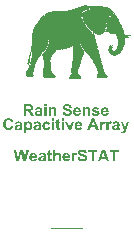
<source format=gto>
G04*
G04 #@! TF.GenerationSoftware,Altium Limited,Altium Designer,20.0.13 (296)*
G04*
G04 Layer_Color=65535*
%FSLAX25Y25*%
%MOIN*%
G70*
G01*
G75*
%ADD10C,0.00394*%
G36*
X58165Y75870D02*
X58835D01*
Y75703D01*
X60175D01*
Y75870D01*
X61849D01*
Y75703D01*
X63523D01*
Y75535D01*
X64528D01*
Y75368D01*
X65198D01*
Y75200D01*
X65365D01*
Y75033D01*
X65700D01*
Y74865D01*
X66035D01*
Y74698D01*
X66202D01*
Y74530D01*
X66370D01*
Y74363D01*
X66537D01*
Y74195D01*
X66705D01*
Y74028D01*
X66872D01*
Y73861D01*
X67040D01*
Y73693D01*
Y73526D01*
X66872D01*
Y73358D01*
Y73191D01*
X67040D01*
Y73358D01*
X67207D01*
Y73526D01*
X67375D01*
Y73358D01*
Y73191D01*
X67542D01*
Y73023D01*
Y72856D01*
X67877D01*
Y72689D01*
X67709D01*
Y72521D01*
X68044D01*
Y72354D01*
X68212D01*
Y72186D01*
Y72019D01*
Y71851D01*
X68379D01*
Y71684D01*
X68547D01*
Y71516D01*
Y71349D01*
X68714D01*
Y71181D01*
Y71014D01*
Y70847D01*
X68882D01*
Y70679D01*
Y70512D01*
X69049D01*
Y70344D01*
Y70177D01*
X69217D01*
Y70009D01*
Y69842D01*
X69384D01*
Y69674D01*
X69551D01*
Y69507D01*
Y69340D01*
X69719D01*
Y69172D01*
Y69005D01*
X69886D01*
Y68837D01*
X70054D01*
Y68670D01*
X69886D01*
Y68502D01*
X70054D01*
Y68335D01*
X70221D01*
Y68167D01*
Y68000D01*
Y67833D01*
X70389D01*
Y67665D01*
Y67498D01*
Y67330D01*
X70556D01*
Y67163D01*
Y66995D01*
Y66828D01*
Y66660D01*
Y66493D01*
X70723D01*
Y66325D01*
Y66158D01*
X72900D01*
Y65991D01*
X72733D01*
Y65823D01*
X72398D01*
Y65656D01*
X71728D01*
Y65488D01*
X72733D01*
Y65321D01*
X72565D01*
Y65153D01*
X72398D01*
Y65321D01*
X72230D01*
Y65153D01*
X72063D01*
Y64986D01*
X70891D01*
Y64819D01*
Y64651D01*
Y64484D01*
Y64316D01*
Y64149D01*
Y63981D01*
Y63814D01*
Y63646D01*
Y63479D01*
Y63311D01*
X70723D01*
Y63144D01*
Y62977D01*
Y62809D01*
Y62642D01*
X70556D01*
Y62474D01*
X70389D01*
Y62307D01*
X70556D01*
Y62139D01*
X70389D01*
Y61972D01*
X70221D01*
Y61804D01*
X70054D01*
Y61637D01*
X70221D01*
Y61470D01*
X70054D01*
Y61302D01*
Y61135D01*
X69886D01*
Y61302D01*
X69719D01*
Y61135D01*
X69886D01*
Y60967D01*
Y60800D01*
X69719D01*
Y60632D01*
X69551D01*
Y60465D01*
Y60298D01*
X69384D01*
Y60130D01*
X69049D01*
Y59963D01*
Y59795D01*
X68714D01*
Y59628D01*
X68547D01*
Y59460D01*
X68212D01*
Y59293D01*
X67709D01*
Y59125D01*
X66872D01*
Y59293D01*
X66370D01*
Y59460D01*
X66035D01*
Y59628D01*
X65868D01*
Y59795D01*
X65700D01*
Y59963D01*
X65533D01*
Y60130D01*
Y60298D01*
Y60465D01*
X65365D01*
Y60632D01*
Y60800D01*
X65198D01*
Y60967D01*
Y61135D01*
Y61302D01*
Y61470D01*
X65365D01*
Y61637D01*
X65533D01*
Y61804D01*
X65365D01*
Y61972D01*
X65533D01*
Y62139D01*
Y62307D01*
X65700D01*
Y62474D01*
X65868D01*
Y62642D01*
X66035D01*
Y62809D01*
X66537D01*
Y62642D01*
X66705D01*
Y62474D01*
Y62307D01*
X66537D01*
Y62139D01*
X66705D01*
Y61972D01*
Y61804D01*
X66537D01*
Y61637D01*
X66370D01*
Y61470D01*
Y61302D01*
Y61135D01*
X66537D01*
Y60967D01*
X66872D01*
Y60800D01*
X67375D01*
Y60967D01*
X67709D01*
Y61135D01*
X67877D01*
Y61302D01*
X68044D01*
Y61470D01*
Y61637D01*
Y61804D01*
X68212D01*
Y61972D01*
X68379D01*
Y62139D01*
X68212D01*
Y62307D01*
X68379D01*
Y62474D01*
Y62642D01*
Y62809D01*
Y62977D01*
Y63144D01*
Y63311D01*
Y63479D01*
Y63646D01*
Y63814D01*
Y63981D01*
Y64149D01*
Y64316D01*
X68547D01*
Y64484D01*
X68379D01*
Y64651D01*
Y64819D01*
X68212D01*
Y64986D01*
Y65153D01*
X68044D01*
Y65321D01*
Y65488D01*
Y65656D01*
X67877D01*
Y65823D01*
Y65991D01*
X67709D01*
Y66158D01*
Y66325D01*
X67542D01*
Y66493D01*
X66537D01*
Y66325D01*
X66035D01*
Y66493D01*
X65868D01*
Y66660D01*
X65533D01*
Y66828D01*
X65365D01*
Y66995D01*
X65030D01*
Y67163D01*
X63858D01*
Y66995D01*
X63691D01*
Y66828D01*
X63356D01*
Y66660D01*
Y66493D01*
X62854D01*
Y66325D01*
Y66158D01*
X62519D01*
Y65991D01*
X62184D01*
Y66158D01*
X62016D01*
Y65991D01*
X61681D01*
Y66158D01*
X61347D01*
Y66325D01*
X61012D01*
Y66493D01*
X60677D01*
Y66660D01*
Y66828D01*
X60509D01*
Y66660D01*
X60342D01*
Y66828D01*
X60175D01*
Y66995D01*
X60007D01*
Y67163D01*
Y67330D01*
X60175D01*
Y67498D01*
X59840D01*
Y67330D01*
Y67163D01*
X59672D01*
Y67330D01*
X59505D01*
Y67498D01*
X59337D01*
Y67665D01*
X59170D01*
Y67833D01*
X59002D01*
Y68000D01*
X58835D01*
Y68167D01*
X58667D01*
Y68335D01*
X58500D01*
Y68502D01*
Y68670D01*
X58333D01*
Y68837D01*
X58165D01*
Y69005D01*
X57998D01*
Y69172D01*
Y69340D01*
X57830D01*
Y69507D01*
X57663D01*
Y69674D01*
Y69842D01*
X57495D01*
Y69674D01*
Y69507D01*
X57663D01*
Y69340D01*
Y69172D01*
X57830D01*
Y69005D01*
Y68837D01*
X57998D01*
Y68670D01*
X58165D01*
Y68502D01*
X58333D01*
Y68335D01*
Y68167D01*
X58500D01*
Y68000D01*
X58667D01*
Y67833D01*
X58835D01*
Y67665D01*
X59002D01*
Y67498D01*
X59170D01*
Y67330D01*
X59505D01*
Y67163D01*
X59672D01*
Y66995D01*
X59840D01*
Y66828D01*
X60007D01*
Y66660D01*
X60342D01*
Y66493D01*
X60509D01*
Y66325D01*
Y66158D01*
X60844D01*
Y65991D01*
Y65823D01*
Y65656D01*
Y65488D01*
Y65321D01*
Y65153D01*
Y64986D01*
Y64819D01*
X61012D01*
Y64651D01*
Y64484D01*
Y64316D01*
Y64149D01*
Y63981D01*
Y63814D01*
Y63646D01*
Y63479D01*
X61179D01*
Y63311D01*
X61347D01*
Y63144D01*
Y62977D01*
Y62809D01*
X61514D01*
Y62642D01*
Y62474D01*
X61681D01*
Y62307D01*
Y62139D01*
Y61972D01*
Y61804D01*
Y61637D01*
X61849D01*
Y61470D01*
Y61302D01*
Y61135D01*
X62016D01*
Y60967D01*
Y60800D01*
X61849D01*
Y60632D01*
X62016D01*
Y60465D01*
X62184D01*
Y60298D01*
Y60130D01*
X62016D01*
Y59963D01*
X62184D01*
Y59795D01*
Y59628D01*
X62351D01*
Y59460D01*
Y59293D01*
Y59125D01*
X62519D01*
Y58958D01*
Y58790D01*
Y58623D01*
Y58456D01*
X62686D01*
Y58288D01*
Y58121D01*
Y57953D01*
X62854D01*
Y57786D01*
X62686D01*
Y57618D01*
X62854D01*
Y57451D01*
X63021D01*
Y57284D01*
Y57116D01*
Y56949D01*
X63188D01*
Y56781D01*
Y56614D01*
Y56446D01*
X63356D01*
Y56279D01*
X63188D01*
Y56111D01*
X63356D01*
Y55944D01*
Y55777D01*
X63523D01*
Y55609D01*
X63356D01*
Y55442D01*
X63523D01*
Y55274D01*
Y55107D01*
Y54939D01*
Y54772D01*
Y54604D01*
X63691D01*
Y54437D01*
Y54269D01*
Y54102D01*
X63858D01*
Y53935D01*
Y53767D01*
X64026D01*
Y53600D01*
Y53432D01*
X64193D01*
Y53265D01*
Y53097D01*
X64361D01*
Y52930D01*
X64528D01*
Y52763D01*
Y52595D01*
X64696D01*
Y52428D01*
X64863D01*
Y52260D01*
X65030D01*
Y52093D01*
Y51925D01*
X64863D01*
Y51758D01*
X64361D01*
Y51590D01*
X62854D01*
Y51423D01*
X62686D01*
Y51590D01*
X61514D01*
Y51758D01*
Y51925D01*
X61347D01*
Y52093D01*
Y52260D01*
Y52428D01*
Y52595D01*
X61514D01*
Y52763D01*
Y52930D01*
X61681D01*
Y53097D01*
X61849D01*
Y53265D01*
Y53432D01*
X61681D01*
Y53600D01*
Y53767D01*
Y53935D01*
X61514D01*
Y54102D01*
Y54269D01*
Y54437D01*
X61347D01*
Y54604D01*
Y54772D01*
Y54939D01*
X61179D01*
Y55107D01*
Y55274D01*
X61012D01*
Y55442D01*
Y55609D01*
X60844D01*
Y55777D01*
Y55944D01*
X60677D01*
Y56111D01*
Y56279D01*
X60509D01*
Y56446D01*
X60342D01*
Y56614D01*
Y56781D01*
X60175D01*
Y56949D01*
X60342D01*
Y57116D01*
X60007D01*
Y57284D01*
Y57451D01*
Y57618D01*
X59672D01*
Y57786D01*
Y57953D01*
X59505D01*
Y58121D01*
Y58288D01*
X59337D01*
Y58456D01*
X59170D01*
Y58623D01*
X59505D01*
Y58790D01*
X59002D01*
Y58958D01*
X58835D01*
Y59125D01*
Y59293D01*
X58667D01*
Y59460D01*
X58500D01*
Y59628D01*
X58333D01*
Y59795D01*
X58165D01*
Y59963D01*
X57998D01*
Y60130D01*
X57830D01*
Y60298D01*
X57663D01*
Y60465D01*
X57495D01*
Y60632D01*
X57328D01*
Y60800D01*
X57160D01*
Y60967D01*
X56993D01*
Y61135D01*
Y61302D01*
X56826D01*
Y61470D01*
X56658D01*
Y61637D01*
Y61804D01*
X56491D01*
Y61972D01*
X56323D01*
Y62139D01*
Y62307D01*
X56156D01*
Y62474D01*
Y62642D01*
X55988D01*
Y62809D01*
Y62977D01*
X55821D01*
Y62809D01*
Y62642D01*
X55988D01*
Y62474D01*
Y62307D01*
X56156D01*
Y62139D01*
Y61972D01*
X56323D01*
Y61804D01*
Y61637D01*
X56491D01*
Y61470D01*
X56658D01*
Y61302D01*
Y61135D01*
X56826D01*
Y60967D01*
X56993D01*
Y60800D01*
Y60632D01*
X57160D01*
Y60465D01*
Y60298D01*
Y60130D01*
Y59963D01*
X56993D01*
Y59795D01*
Y59628D01*
Y59460D01*
X56826D01*
Y59293D01*
Y59125D01*
Y58958D01*
X56658D01*
Y58790D01*
Y58623D01*
X56491D01*
Y58456D01*
Y58288D01*
Y58121D01*
X56323D01*
Y57953D01*
Y57786D01*
Y57618D01*
X56156D01*
Y57451D01*
Y57284D01*
Y57116D01*
Y56949D01*
X55988D01*
Y56781D01*
Y56614D01*
Y56446D01*
Y56279D01*
X55821D01*
Y56111D01*
Y55944D01*
Y55777D01*
X55653D01*
Y55609D01*
Y55442D01*
X55486D01*
Y55274D01*
Y55107D01*
Y54939D01*
X55318D01*
Y54772D01*
Y54604D01*
X55151D01*
Y54437D01*
Y54269D01*
Y54102D01*
Y53935D01*
Y53767D01*
X54984D01*
Y53600D01*
Y53432D01*
X55151D01*
Y53265D01*
Y53097D01*
Y52930D01*
X55318D01*
Y52763D01*
X55486D01*
Y52595D01*
X55653D01*
Y52428D01*
X55821D01*
Y52260D01*
X55988D01*
Y52093D01*
Y51925D01*
X56156D01*
Y51758D01*
Y51590D01*
Y51423D01*
X55821D01*
Y51256D01*
X53644D01*
Y51423D01*
X53142D01*
Y51256D01*
X52305D01*
Y51423D01*
X52137D01*
Y51590D01*
Y51758D01*
Y51925D01*
Y52093D01*
X52305D01*
Y52260D01*
Y52428D01*
X52472D01*
Y52595D01*
X52807D01*
Y52763D01*
Y52930D01*
Y53097D01*
X52974D01*
Y53265D01*
X52807D01*
Y53432D01*
Y53600D01*
Y53767D01*
Y53935D01*
Y54102D01*
Y54269D01*
Y54437D01*
Y54604D01*
Y54772D01*
Y54939D01*
Y55107D01*
X52974D01*
Y55274D01*
Y55442D01*
Y55609D01*
Y55777D01*
Y55944D01*
Y56111D01*
Y56279D01*
Y56446D01*
X53142D01*
Y56614D01*
Y56781D01*
Y56949D01*
Y57116D01*
Y57284D01*
X53309D01*
Y57451D01*
Y57618D01*
Y57786D01*
Y57953D01*
Y58121D01*
Y58288D01*
X53477D01*
Y58456D01*
Y58623D01*
Y58790D01*
Y58958D01*
Y59125D01*
Y59293D01*
Y59460D01*
Y59628D01*
Y59795D01*
Y59963D01*
Y60130D01*
Y60298D01*
X53644D01*
Y60465D01*
X53477D01*
Y60632D01*
Y60800D01*
Y60967D01*
Y61135D01*
Y61302D01*
Y61470D01*
Y61637D01*
Y61804D01*
X53309D01*
Y61972D01*
Y62139D01*
Y62307D01*
X52974D01*
Y62139D01*
X52639D01*
Y61972D01*
X52305D01*
Y61804D01*
X51970D01*
Y61637D01*
X51467D01*
Y61470D01*
X50965D01*
Y61302D01*
X50128D01*
Y61135D01*
X49793D01*
Y61302D01*
X49290D01*
Y61135D01*
X48118D01*
Y61302D01*
X47951D01*
Y61135D01*
X48118D01*
Y60967D01*
X47783D01*
Y60800D01*
Y60632D01*
X47616D01*
Y60465D01*
X47449D01*
Y60298D01*
X47281D01*
Y60130D01*
X47114D01*
Y59963D01*
X46946D01*
Y59795D01*
X46779D01*
Y59628D01*
X46611D01*
Y59460D01*
X46444D01*
Y59293D01*
Y59125D01*
X46277D01*
Y58958D01*
Y58790D01*
Y58623D01*
X46109D01*
Y58456D01*
Y58288D01*
X45942D01*
Y58121D01*
Y57953D01*
Y57786D01*
X45774D01*
Y57618D01*
Y57451D01*
Y57284D01*
Y57116D01*
X45942D01*
Y56949D01*
Y56781D01*
Y56614D01*
Y56446D01*
Y56279D01*
Y56111D01*
Y55944D01*
Y55777D01*
Y55609D01*
Y55442D01*
Y55274D01*
Y55107D01*
Y54939D01*
Y54772D01*
Y54604D01*
Y54437D01*
X46109D01*
Y54269D01*
Y54102D01*
Y53935D01*
X46277D01*
Y53767D01*
Y53600D01*
X46444D01*
Y53432D01*
X46611D01*
Y53265D01*
X46779D01*
Y53097D01*
X46946D01*
Y52930D01*
X47114D01*
Y52763D01*
X47281D01*
Y52595D01*
X47449D01*
Y52428D01*
X47616D01*
Y52260D01*
Y52093D01*
Y51925D01*
X47449D01*
Y51758D01*
X43765D01*
Y51925D01*
X43430D01*
Y52093D01*
Y52260D01*
Y52428D01*
Y52595D01*
Y52763D01*
Y52930D01*
Y53097D01*
Y53265D01*
Y53432D01*
Y53600D01*
Y53767D01*
Y53935D01*
Y54102D01*
Y54269D01*
X43597D01*
Y54437D01*
Y54604D01*
Y54772D01*
Y54939D01*
Y55107D01*
X43765D01*
Y55274D01*
Y55442D01*
Y55609D01*
Y55777D01*
Y55944D01*
Y56111D01*
Y56279D01*
Y56446D01*
Y56614D01*
Y56781D01*
Y56949D01*
Y57116D01*
Y57284D01*
Y57451D01*
Y57618D01*
Y57786D01*
X43597D01*
Y57953D01*
Y58121D01*
Y58288D01*
Y58456D01*
Y58623D01*
Y58790D01*
Y58958D01*
X43430D01*
Y59125D01*
X43262D01*
Y59293D01*
X43095D01*
Y59460D01*
X43262D01*
Y59628D01*
X43430D01*
Y59795D01*
X43597D01*
Y59963D01*
X43765D01*
Y60130D01*
X43932D01*
Y60298D01*
Y60465D01*
X44100D01*
Y60632D01*
X44435D01*
Y60800D01*
Y60967D01*
Y61135D01*
X44267D01*
Y60967D01*
X44100D01*
Y60800D01*
X43932D01*
Y60632D01*
X43765D01*
Y60465D01*
Y60298D01*
X43597D01*
Y60130D01*
X43430D01*
Y60298D01*
X43095D01*
Y60130D01*
X43430D01*
Y59963D01*
X43262D01*
Y59795D01*
X43095D01*
Y59628D01*
X42928D01*
Y59460D01*
Y59293D01*
X42760D01*
Y59125D01*
X42593D01*
Y58958D01*
X42425D01*
Y58790D01*
X42258D01*
Y58623D01*
Y58456D01*
X42090D01*
Y58288D01*
X41923D01*
Y58121D01*
Y57953D01*
X41756D01*
Y57786D01*
Y57618D01*
X41421D01*
Y57451D01*
X41588D01*
Y57284D01*
X41421D01*
Y57116D01*
X41253D01*
Y56949D01*
Y56781D01*
Y56614D01*
X41086D01*
Y56446D01*
Y56279D01*
X40918D01*
Y56111D01*
Y55944D01*
X40751D01*
Y55777D01*
X40918D01*
Y55609D01*
X40751D01*
Y55442D01*
Y55274D01*
Y55107D01*
Y54939D01*
X40583D01*
Y55107D01*
X40416D01*
Y54939D01*
X40583D01*
Y54772D01*
Y54604D01*
Y54437D01*
Y54269D01*
X40416D01*
Y54102D01*
Y53935D01*
Y53767D01*
X40249D01*
Y53600D01*
Y53432D01*
Y53265D01*
X40081D01*
Y53097D01*
X40249D01*
Y52930D01*
Y52763D01*
Y52595D01*
X40416D01*
Y52428D01*
X40249D01*
Y52595D01*
X40081D01*
Y52428D01*
X40249D01*
Y52260D01*
Y52093D01*
Y51925D01*
X39914D01*
Y51758D01*
X39746D01*
Y51925D01*
X38239D01*
Y52093D01*
X38072D01*
Y52260D01*
X37904D01*
Y52428D01*
Y52595D01*
X37737D01*
Y52763D01*
Y52930D01*
Y53097D01*
Y53265D01*
Y53432D01*
Y53600D01*
X37904D01*
Y53767D01*
Y53935D01*
X38072D01*
Y54102D01*
X38239D01*
Y54269D01*
X38407D01*
Y54437D01*
X38574D01*
Y54269D01*
X38741D01*
Y54437D01*
X38574D01*
Y54604D01*
Y54772D01*
Y54939D01*
Y55107D01*
X38741D01*
Y55274D01*
Y55442D01*
Y55609D01*
X38909D01*
Y55777D01*
Y55944D01*
X39076D01*
Y56111D01*
Y56279D01*
X38741D01*
Y56111D01*
X38574D01*
Y56279D01*
Y56446D01*
X38239D01*
Y56614D01*
Y56781D01*
X38407D01*
Y56949D01*
Y57116D01*
Y57284D01*
Y57451D01*
Y57618D01*
X38574D01*
Y57786D01*
Y57953D01*
Y58121D01*
X38741D01*
Y58288D01*
Y58456D01*
Y58623D01*
Y58790D01*
X38909D01*
Y58958D01*
Y59125D01*
Y59293D01*
X39076D01*
Y59460D01*
Y59628D01*
Y59795D01*
X39244D01*
Y59963D01*
Y60130D01*
Y60298D01*
Y60465D01*
X39411D01*
Y60298D01*
X39579D01*
Y60130D01*
Y59963D01*
Y59795D01*
Y59628D01*
X39411D01*
Y59460D01*
Y59293D01*
Y59125D01*
Y58958D01*
X39244D01*
Y58790D01*
Y58623D01*
Y58456D01*
X39076D01*
Y58288D01*
Y58121D01*
Y57953D01*
Y57786D01*
Y57618D01*
Y57451D01*
Y57284D01*
Y57116D01*
Y56949D01*
Y56781D01*
Y56614D01*
X38909D01*
Y56446D01*
X39244D01*
Y56614D01*
Y56781D01*
Y56949D01*
X39411D01*
Y57116D01*
Y57284D01*
Y57451D01*
Y57618D01*
X39579D01*
Y57786D01*
Y57953D01*
Y58121D01*
Y58288D01*
Y58456D01*
X39746D01*
Y58623D01*
Y58790D01*
Y58958D01*
Y59125D01*
Y59293D01*
Y59460D01*
Y59628D01*
Y59795D01*
Y59963D01*
Y60130D01*
Y60298D01*
Y60465D01*
X39579D01*
Y60632D01*
X39411D01*
Y60800D01*
Y60967D01*
Y61135D01*
X39579D01*
Y61302D01*
Y61470D01*
Y61637D01*
Y61804D01*
Y61972D01*
Y62139D01*
Y62307D01*
Y62474D01*
X39746D01*
Y62642D01*
Y62809D01*
Y62977D01*
Y63144D01*
Y63311D01*
Y63479D01*
Y63646D01*
X39914D01*
Y63814D01*
Y63981D01*
Y64149D01*
Y64316D01*
Y64484D01*
Y64651D01*
Y64819D01*
Y64986D01*
Y65153D01*
Y65321D01*
Y65488D01*
Y65656D01*
Y65823D01*
Y65991D01*
Y66158D01*
Y66325D01*
Y66493D01*
Y66660D01*
Y66828D01*
X40081D01*
Y66995D01*
Y67163D01*
Y67330D01*
Y67498D01*
Y67665D01*
X40249D01*
Y67833D01*
Y68000D01*
X40416D01*
Y68167D01*
Y68335D01*
Y68502D01*
X40583D01*
Y68670D01*
X40751D01*
Y68837D01*
Y69005D01*
X40918D01*
Y69172D01*
Y69340D01*
X41253D01*
Y69507D01*
Y69674D01*
Y69842D01*
X41421D01*
Y70009D01*
X41588D01*
Y70177D01*
X41923D01*
Y70344D01*
X41756D01*
Y70512D01*
X41923D01*
Y70679D01*
X42090D01*
Y70847D01*
Y71014D01*
X42258D01*
Y71181D01*
X42425D01*
Y71349D01*
Y71516D01*
X42593D01*
Y71684D01*
X42760D01*
Y71851D01*
X42928D01*
Y71684D01*
X43095D01*
Y71851D01*
X42928D01*
Y72019D01*
Y72186D01*
X43095D01*
Y72354D01*
X43262D01*
Y72521D01*
X43430D01*
Y72689D01*
X43597D01*
Y72856D01*
X44100D01*
Y73023D01*
Y73191D01*
X44267D01*
Y73023D01*
X44435D01*
Y73191D01*
Y73358D01*
X44769D01*
Y73526D01*
X45104D01*
Y73693D01*
X45774D01*
Y73861D01*
X46277D01*
Y73693D01*
X46444D01*
Y73861D01*
X46277D01*
Y74028D01*
X47616D01*
Y74195D01*
X51635D01*
Y74363D01*
X52472D01*
Y74530D01*
X52974D01*
Y74698D01*
X53477D01*
Y74865D01*
X53979D01*
Y75033D01*
X54649D01*
Y75200D01*
X55151D01*
Y75368D01*
X55821D01*
Y75535D01*
X56156D01*
Y75703D01*
X56658D01*
Y75870D01*
X56826D01*
Y75703D01*
X56993D01*
Y75870D01*
X57160D01*
Y75703D01*
X57328D01*
Y75870D01*
X57160D01*
Y76037D01*
X58165D01*
Y75870D01*
D02*
G37*
G36*
X44609Y42277D02*
X43873D01*
Y42960D01*
X44609D01*
Y42277D01*
D02*
G37*
G36*
X51549Y43023D02*
X51599D01*
X51659Y43016D01*
X51729Y43010D01*
X51806Y43000D01*
X51889Y42986D01*
X51975Y42970D01*
X52065Y42950D01*
X52155Y42923D01*
X52245Y42893D01*
X52332Y42856D01*
X52418Y42813D01*
X52495Y42763D01*
X52568Y42707D01*
X52571Y42703D01*
X52585Y42693D01*
X52601Y42673D01*
X52625Y42650D01*
X52655Y42617D01*
X52685Y42580D01*
X52718Y42533D01*
X52754Y42484D01*
X52788Y42424D01*
X52824Y42360D01*
X52854Y42290D01*
X52884Y42217D01*
X52911Y42137D01*
X52931Y42051D01*
X52948Y41957D01*
X52954Y41861D01*
X52178Y41828D01*
Y41831D01*
X52175Y41841D01*
X52172Y41857D01*
X52168Y41877D01*
X52162Y41901D01*
X52155Y41927D01*
X52132Y41991D01*
X52105Y42061D01*
X52065Y42134D01*
X52019Y42197D01*
X51992Y42227D01*
X51962Y42254D01*
X51959D01*
X51955Y42260D01*
X51945Y42267D01*
X51932Y42274D01*
X51915Y42284D01*
X51892Y42294D01*
X51869Y42307D01*
X51839Y42320D01*
X51809Y42330D01*
X51772Y42344D01*
X51732Y42354D01*
X51686Y42364D01*
X51639Y42370D01*
X51586Y42377D01*
X51532Y42384D01*
X51439D01*
X51416Y42380D01*
X51389D01*
X51356Y42377D01*
X51319Y42374D01*
X51279Y42367D01*
X51196Y42350D01*
X51106Y42324D01*
X51023Y42290D01*
X50980Y42267D01*
X50943Y42244D01*
X50936Y42241D01*
X50923Y42227D01*
X50906Y42207D01*
X50883Y42180D01*
X50860Y42147D01*
X50843Y42104D01*
X50830Y42057D01*
X50823Y42004D01*
Y41997D01*
X50827Y41981D01*
X50830Y41957D01*
X50836Y41924D01*
X50850Y41888D01*
X50870Y41848D01*
X50900Y41808D01*
X50936Y41771D01*
X50940D01*
X50943Y41764D01*
X50953Y41758D01*
X50970Y41751D01*
X50986Y41738D01*
X51013Y41724D01*
X51043Y41711D01*
X51079Y41694D01*
X51123Y41674D01*
X51176Y41654D01*
X51233Y41634D01*
X51299Y41611D01*
X51373Y41588D01*
X51456Y41565D01*
X51549Y41538D01*
X51649Y41515D01*
X51656D01*
X51672Y41508D01*
X51702Y41501D01*
X51742Y41491D01*
X51789Y41478D01*
X51842Y41465D01*
X51902Y41448D01*
X51965Y41431D01*
X52102Y41388D01*
X52242Y41341D01*
X52308Y41318D01*
X52372Y41291D01*
X52431Y41265D01*
X52485Y41238D01*
X52488D01*
X52498Y41232D01*
X52511Y41225D01*
X52531Y41212D01*
X52551Y41198D01*
X52578Y41181D01*
X52641Y41135D01*
X52708Y41082D01*
X52781Y41015D01*
X52848Y40935D01*
X52911Y40848D01*
X52914Y40845D01*
X52918Y40839D01*
X52924Y40822D01*
X52934Y40805D01*
X52948Y40782D01*
X52961Y40752D01*
X52974Y40719D01*
X52988Y40679D01*
X53001Y40639D01*
X53014Y40592D01*
X53028Y40542D01*
X53041Y40489D01*
X53051Y40429D01*
X53058Y40369D01*
X53064Y40306D01*
Y40239D01*
Y40236D01*
Y40226D01*
Y40206D01*
X53061Y40183D01*
X53058Y40153D01*
X53054Y40119D01*
X53048Y40079D01*
X53041Y40039D01*
X53031Y39993D01*
X53018Y39943D01*
X52984Y39840D01*
X52964Y39786D01*
X52941Y39730D01*
X52911Y39673D01*
X52878Y39620D01*
X52874Y39616D01*
X52868Y39606D01*
X52858Y39593D01*
X52844Y39573D01*
X52824Y39550D01*
X52801Y39523D01*
X52775Y39493D01*
X52745Y39460D01*
X52708Y39427D01*
X52671Y39390D01*
X52628Y39353D01*
X52581Y39320D01*
X52531Y39283D01*
X52478Y39254D01*
X52418Y39220D01*
X52358Y39193D01*
X52355D01*
X52342Y39187D01*
X52325Y39180D01*
X52298Y39170D01*
X52265Y39160D01*
X52225Y39150D01*
X52182Y39137D01*
X52128Y39124D01*
X52072Y39110D01*
X52009Y39097D01*
X51939Y39087D01*
X51865Y39077D01*
X51789Y39067D01*
X51706Y39060D01*
X51619Y39057D01*
X51526Y39054D01*
X51476D01*
X51456Y39057D01*
X51406Y39060D01*
X51346Y39064D01*
X51276Y39070D01*
X51196Y39080D01*
X51113Y39097D01*
X51023Y39114D01*
X50933Y39137D01*
X50836Y39164D01*
X50743Y39197D01*
X50653Y39233D01*
X50563Y39280D01*
X50480Y39330D01*
X50404Y39390D01*
X50400Y39393D01*
X50387Y39407D01*
X50367Y39427D01*
X50340Y39453D01*
X50310Y39487D01*
X50277Y39530D01*
X50240Y39580D01*
X50200Y39640D01*
X50160Y39703D01*
X50121Y39776D01*
X50081Y39860D01*
X50044Y39946D01*
X50011Y40043D01*
X49981Y40146D01*
X49957Y40256D01*
X49941Y40372D01*
X50697Y40446D01*
Y40442D01*
X50700Y40429D01*
X50703Y40409D01*
X50710Y40382D01*
X50720Y40352D01*
X50730Y40316D01*
X50740Y40276D01*
X50757Y40233D01*
X50793Y40139D01*
X50840Y40049D01*
X50900Y39959D01*
X50933Y39923D01*
X50970Y39886D01*
X50973Y39883D01*
X50980Y39880D01*
X50993Y39869D01*
X51010Y39860D01*
X51030Y39846D01*
X51056Y39830D01*
X51086Y39813D01*
X51120Y39800D01*
X51156Y39783D01*
X51199Y39766D01*
X51246Y39750D01*
X51296Y39736D01*
X51349Y39726D01*
X51406Y39716D01*
X51469Y39713D01*
X51532Y39710D01*
X51569D01*
X51596Y39713D01*
X51626D01*
X51662Y39720D01*
X51702Y39723D01*
X51745Y39730D01*
X51836Y39750D01*
X51929Y39776D01*
X52019Y39816D01*
X52062Y39840D01*
X52099Y39866D01*
X52102Y39869D01*
X52105Y39873D01*
X52115Y39883D01*
X52128Y39896D01*
X52158Y39930D01*
X52195Y39973D01*
X52228Y40026D01*
X52258Y40089D01*
X52272Y40123D01*
X52282Y40159D01*
X52285Y40196D01*
X52288Y40236D01*
Y40242D01*
Y40259D01*
X52285Y40286D01*
X52278Y40316D01*
X52268Y40352D01*
X52255Y40392D01*
X52235Y40432D01*
X52208Y40469D01*
X52205Y40472D01*
X52192Y40486D01*
X52172Y40502D01*
X52145Y40525D01*
X52105Y40552D01*
X52055Y40579D01*
X51999Y40609D01*
X51929Y40635D01*
X51922Y40639D01*
X51912Y40642D01*
X51899Y40645D01*
X51882Y40649D01*
X51859Y40655D01*
X51832Y40665D01*
X51799Y40675D01*
X51762Y40685D01*
X51716Y40695D01*
X51666Y40709D01*
X51609Y40725D01*
X51546Y40742D01*
X51473Y40762D01*
X51393Y40782D01*
X51306Y40802D01*
X51303D01*
X51299Y40805D01*
X51279Y40809D01*
X51246Y40819D01*
X51206Y40829D01*
X51153Y40845D01*
X51096Y40862D01*
X51033Y40882D01*
X50963Y40909D01*
X50820Y40962D01*
X50677Y41028D01*
X50607Y41062D01*
X50543Y41102D01*
X50484Y41142D01*
X50433Y41181D01*
X50430Y41185D01*
X50417Y41195D01*
X50400Y41215D01*
X50377Y41238D01*
X50350Y41268D01*
X50320Y41305D01*
X50290Y41348D01*
X50257Y41398D01*
X50224Y41451D01*
X50194Y41508D01*
X50164Y41574D01*
X50137Y41641D01*
X50114Y41714D01*
X50097Y41791D01*
X50084Y41871D01*
X50081Y41954D01*
Y41957D01*
Y41967D01*
Y41984D01*
X50084Y42004D01*
X50087Y42031D01*
X50090Y42061D01*
X50094Y42094D01*
X50100Y42134D01*
X50121Y42217D01*
X50151Y42307D01*
X50167Y42357D01*
X50190Y42404D01*
X50214Y42454D01*
X50244Y42500D01*
X50247Y42503D01*
X50250Y42510D01*
X50260Y42524D01*
X50274Y42544D01*
X50290Y42564D01*
X50314Y42590D01*
X50337Y42617D01*
X50367Y42647D01*
X50397Y42677D01*
X50433Y42707D01*
X50473Y42740D01*
X50517Y42773D01*
X50563Y42803D01*
X50613Y42836D01*
X50667Y42863D01*
X50723Y42890D01*
X50727D01*
X50736Y42897D01*
X50757Y42903D01*
X50780Y42910D01*
X50810Y42923D01*
X50846Y42933D01*
X50886Y42946D01*
X50936Y42960D01*
X50986Y42970D01*
X51046Y42983D01*
X51106Y42996D01*
X51173Y43006D01*
X51246Y43013D01*
X51319Y43020D01*
X51399Y43026D01*
X51529D01*
X51549Y43023D01*
D02*
G37*
G36*
X58352Y41961D02*
X58376D01*
X58435Y41954D01*
X58505Y41941D01*
X58579Y41927D01*
X58655Y41904D01*
X58732Y41874D01*
X58735D01*
X58742Y41871D01*
X58752Y41864D01*
X58765Y41857D01*
X58802Y41841D01*
X58845Y41814D01*
X58895Y41781D01*
X58948Y41744D01*
X58995Y41701D01*
X59038Y41651D01*
X59042Y41644D01*
X59055Y41628D01*
X59071Y41598D01*
X59095Y41561D01*
X59118Y41515D01*
X59141Y41465D01*
X59165Y41405D01*
X59181Y41341D01*
Y41338D01*
X59185Y41335D01*
Y41325D01*
X59188Y41308D01*
X59191Y41291D01*
X59195Y41271D01*
X59198Y41245D01*
X59205Y41215D01*
X59208Y41181D01*
X59211Y41145D01*
X59215Y41105D01*
X59218Y41062D01*
X59221Y41012D01*
Y40962D01*
X59225Y40909D01*
Y40848D01*
Y39120D01*
X58489D01*
Y40539D01*
Y40545D01*
Y40559D01*
Y40582D01*
Y40612D01*
Y40649D01*
X58486Y40689D01*
Y40732D01*
X58482Y40779D01*
X58476Y40878D01*
X58469Y40972D01*
X58462Y41015D01*
X58455Y41055D01*
X58449Y41092D01*
X58439Y41118D01*
X58435Y41125D01*
X58429Y41142D01*
X58419Y41165D01*
X58402Y41195D01*
X58382Y41228D01*
X58356Y41262D01*
X58322Y41295D01*
X58286Y41325D01*
X58282Y41328D01*
X58266Y41338D01*
X58246Y41348D01*
X58216Y41365D01*
X58179Y41378D01*
X58136Y41388D01*
X58086Y41398D01*
X58033Y41401D01*
X57999D01*
X57963Y41395D01*
X57916Y41388D01*
X57863Y41375D01*
X57806Y41358D01*
X57746Y41331D01*
X57686Y41295D01*
X57680Y41291D01*
X57663Y41275D01*
X57636Y41252D01*
X57603Y41221D01*
X57570Y41181D01*
X57536Y41135D01*
X57506Y41082D01*
X57480Y41018D01*
Y41015D01*
X57477Y41012D01*
Y40998D01*
X57473Y40985D01*
X57467Y40965D01*
X57463Y40938D01*
X57460Y40909D01*
X57453Y40875D01*
X57450Y40832D01*
X57443Y40785D01*
X57440Y40735D01*
X57437Y40675D01*
X57433Y40612D01*
X57430Y40539D01*
X57427Y40462D01*
Y40379D01*
Y39120D01*
X56691D01*
Y41904D01*
X57373D01*
Y41495D01*
X57377Y41501D01*
X57390Y41515D01*
X57410Y41538D01*
X57440Y41568D01*
X57473Y41604D01*
X57516Y41644D01*
X57566Y41684D01*
X57623Y41731D01*
X57686Y41774D01*
X57756Y41814D01*
X57833Y41854D01*
X57913Y41891D01*
X57999Y41921D01*
X58092Y41944D01*
X58189Y41957D01*
X58289Y41964D01*
X58329D01*
X58352Y41961D01*
D02*
G37*
G36*
X47020D02*
X47044D01*
X47104Y41954D01*
X47174Y41941D01*
X47247Y41927D01*
X47323Y41904D01*
X47400Y41874D01*
X47403D01*
X47410Y41871D01*
X47420Y41864D01*
X47433Y41857D01*
X47470Y41841D01*
X47513Y41814D01*
X47563Y41781D01*
X47616Y41744D01*
X47663Y41701D01*
X47706Y41651D01*
X47710Y41644D01*
X47723Y41628D01*
X47740Y41598D01*
X47763Y41561D01*
X47786Y41515D01*
X47809Y41465D01*
X47833Y41405D01*
X47849Y41341D01*
Y41338D01*
X47853Y41335D01*
Y41325D01*
X47856Y41308D01*
X47859Y41291D01*
X47863Y41271D01*
X47866Y41245D01*
X47873Y41215D01*
X47876Y41181D01*
X47879Y41145D01*
X47883Y41105D01*
X47886Y41062D01*
X47889Y41012D01*
Y40962D01*
X47893Y40909D01*
Y40848D01*
Y39120D01*
X47157D01*
Y40539D01*
Y40545D01*
Y40559D01*
Y40582D01*
Y40612D01*
Y40649D01*
X47153Y40689D01*
Y40732D01*
X47150Y40779D01*
X47144Y40878D01*
X47137Y40972D01*
X47130Y41015D01*
X47124Y41055D01*
X47117Y41092D01*
X47107Y41118D01*
X47104Y41125D01*
X47097Y41142D01*
X47087Y41165D01*
X47070Y41195D01*
X47050Y41228D01*
X47024Y41262D01*
X46990Y41295D01*
X46954Y41325D01*
X46950Y41328D01*
X46934Y41338D01*
X46914Y41348D01*
X46884Y41365D01*
X46847Y41378D01*
X46804Y41388D01*
X46754Y41398D01*
X46701Y41401D01*
X46667D01*
X46631Y41395D01*
X46584Y41388D01*
X46531Y41375D01*
X46474Y41358D01*
X46414Y41331D01*
X46354Y41295D01*
X46348Y41291D01*
X46331Y41275D01*
X46304Y41252D01*
X46271Y41221D01*
X46238Y41181D01*
X46204Y41135D01*
X46174Y41082D01*
X46148Y41018D01*
Y41015D01*
X46145Y41012D01*
Y40998D01*
X46141Y40985D01*
X46134Y40965D01*
X46131Y40938D01*
X46128Y40909D01*
X46121Y40875D01*
X46118Y40832D01*
X46111Y40785D01*
X46108Y40735D01*
X46104Y40675D01*
X46101Y40612D01*
X46098Y40539D01*
X46095Y40462D01*
Y40379D01*
Y39120D01*
X45359D01*
Y41904D01*
X46041D01*
Y41495D01*
X46045Y41501D01*
X46058Y41515D01*
X46078Y41538D01*
X46108Y41568D01*
X46141Y41604D01*
X46184Y41644D01*
X46234Y41684D01*
X46291Y41731D01*
X46354Y41774D01*
X46424Y41814D01*
X46501Y41854D01*
X46581Y41891D01*
X46667Y41921D01*
X46760Y41944D01*
X46857Y41957D01*
X46957Y41964D01*
X46997D01*
X47020Y41961D01*
D02*
G37*
G36*
X61080D02*
X61126Y41957D01*
X61183Y41954D01*
X61243Y41947D01*
X61306Y41941D01*
X61443Y41917D01*
X61582Y41884D01*
X61652Y41864D01*
X61716Y41841D01*
X61775Y41811D01*
X61832Y41778D01*
X61835Y41774D01*
X61845Y41768D01*
X61859Y41758D01*
X61879Y41744D01*
X61899Y41724D01*
X61925Y41701D01*
X61955Y41671D01*
X61985Y41638D01*
X62019Y41601D01*
X62049Y41561D01*
X62082Y41518D01*
X62112Y41468D01*
X62142Y41415D01*
X62172Y41355D01*
X62195Y41295D01*
X62218Y41228D01*
X61526Y41098D01*
Y41102D01*
X61522Y41105D01*
X61516Y41125D01*
X61506Y41155D01*
X61486Y41188D01*
X61462Y41228D01*
X61432Y41271D01*
X61396Y41308D01*
X61353Y41345D01*
X61346Y41348D01*
X61329Y41358D01*
X61303Y41375D01*
X61263Y41391D01*
X61213Y41405D01*
X61153Y41421D01*
X61080Y41431D01*
X61000Y41435D01*
X60953D01*
X60930Y41431D01*
X60903D01*
X60840Y41425D01*
X60770Y41415D01*
X60703Y41398D01*
X60637Y41378D01*
X60610Y41365D01*
X60583Y41351D01*
X60580Y41348D01*
X60570Y41341D01*
X60557Y41328D01*
X60543Y41311D01*
X60527Y41291D01*
X60513Y41265D01*
X60503Y41235D01*
X60500Y41201D01*
Y41198D01*
Y41188D01*
X60503Y41175D01*
X60510Y41155D01*
X60517Y41135D01*
X60530Y41112D01*
X60550Y41092D01*
X60573Y41068D01*
X60580Y41065D01*
X60587Y41062D01*
X60597Y41055D01*
X60613Y41048D01*
X60633Y41038D01*
X60663Y41028D01*
X60697Y41015D01*
X60737Y41002D01*
X60783Y40985D01*
X60836Y40968D01*
X60903Y40952D01*
X60976Y40932D01*
X61060Y40909D01*
X61153Y40885D01*
X61256Y40862D01*
X61263D01*
X61283Y40855D01*
X61313Y40848D01*
X61353Y40839D01*
X61399Y40825D01*
X61456Y40809D01*
X61516Y40792D01*
X61579Y40772D01*
X61716Y40725D01*
X61852Y40669D01*
X61915Y40639D01*
X61975Y40605D01*
X62032Y40572D01*
X62078Y40536D01*
X62082Y40532D01*
X62089Y40525D01*
X62098Y40516D01*
X62115Y40499D01*
X62132Y40479D01*
X62152Y40456D01*
X62175Y40426D01*
X62195Y40392D01*
X62218Y40356D01*
X62238Y40316D01*
X62258Y40272D01*
X62275Y40222D01*
X62292Y40169D01*
X62302Y40113D01*
X62308Y40053D01*
X62312Y39989D01*
Y39986D01*
Y39973D01*
X62308Y39953D01*
Y39926D01*
X62302Y39893D01*
X62295Y39853D01*
X62285Y39810D01*
X62272Y39763D01*
X62255Y39713D01*
X62235Y39660D01*
X62208Y39606D01*
X62178Y39550D01*
X62142Y39493D01*
X62098Y39437D01*
X62049Y39383D01*
X61992Y39330D01*
X61989Y39327D01*
X61979Y39320D01*
X61959Y39303D01*
X61932Y39287D01*
X61899Y39267D01*
X61859Y39244D01*
X61809Y39220D01*
X61756Y39193D01*
X61692Y39167D01*
X61622Y39144D01*
X61542Y39120D01*
X61459Y39100D01*
X61366Y39084D01*
X61266Y39070D01*
X61159Y39060D01*
X61046Y39057D01*
X60993D01*
X60953Y39060D01*
X60903Y39064D01*
X60850Y39070D01*
X60786Y39077D01*
X60720Y39087D01*
X60650Y39097D01*
X60577Y39114D01*
X60500Y39130D01*
X60427Y39154D01*
X60350Y39180D01*
X60277Y39210D01*
X60210Y39247D01*
X60144Y39287D01*
X60141Y39290D01*
X60131Y39297D01*
X60114Y39310D01*
X60091Y39330D01*
X60064Y39353D01*
X60034Y39380D01*
X60001Y39413D01*
X59967Y39450D01*
X59931Y39493D01*
X59894Y39540D01*
X59857Y39593D01*
X59824Y39646D01*
X59791Y39706D01*
X59761Y39773D01*
X59734Y39840D01*
X59714Y39913D01*
X60453Y40026D01*
Y40023D01*
X60457Y40016D01*
X60460Y40006D01*
X60464Y39989D01*
X60477Y39953D01*
X60493Y39903D01*
X60520Y39853D01*
X60553Y39796D01*
X60593Y39746D01*
X60643Y39700D01*
X60647D01*
X60650Y39696D01*
X60670Y39683D01*
X60703Y39666D01*
X60747Y39646D01*
X60803Y39623D01*
X60873Y39606D01*
X60953Y39593D01*
X61046Y39590D01*
X61073D01*
X61093Y39593D01*
X61116D01*
X61143Y39596D01*
X61206Y39603D01*
X61276Y39616D01*
X61346Y39633D01*
X61413Y39660D01*
X61472Y39693D01*
X61476Y39696D01*
X61489Y39706D01*
X61506Y39723D01*
X61522Y39746D01*
X61542Y39773D01*
X61556Y39806D01*
X61569Y39846D01*
X61572Y39889D01*
Y39893D01*
Y39903D01*
X61569Y39919D01*
X61566Y39939D01*
X61559Y39959D01*
X61549Y39983D01*
X61536Y40006D01*
X61519Y40029D01*
X61516Y40033D01*
X61506Y40039D01*
X61492Y40049D01*
X61466Y40059D01*
X61432Y40076D01*
X61393Y40093D01*
X61339Y40109D01*
X61273Y40126D01*
X61269D01*
X61263Y40129D01*
X61249Y40133D01*
X61233Y40136D01*
X61213Y40139D01*
X61189Y40146D01*
X61163Y40153D01*
X61129Y40159D01*
X61060Y40176D01*
X60980Y40196D01*
X60890Y40219D01*
X60800Y40246D01*
X60607Y40299D01*
X60513Y40329D01*
X60420Y40359D01*
X60337Y40389D01*
X60260Y40422D01*
X60197Y40452D01*
X60167Y40469D01*
X60144Y40482D01*
X60141Y40486D01*
X60131Y40492D01*
X60114Y40505D01*
X60094Y40525D01*
X60067Y40545D01*
X60041Y40576D01*
X60011Y40609D01*
X59981Y40645D01*
X59951Y40689D01*
X59921Y40735D01*
X59894Y40785D01*
X59867Y40842D01*
X59847Y40902D01*
X59831Y40968D01*
X59821Y41035D01*
X59817Y41108D01*
Y41112D01*
Y41125D01*
X59821Y41145D01*
Y41168D01*
X59827Y41201D01*
X59834Y41235D01*
X59841Y41278D01*
X59854Y41321D01*
X59867Y41368D01*
X59887Y41418D01*
X59911Y41468D01*
X59937Y41518D01*
X59971Y41571D01*
X60007Y41621D01*
X60051Y41671D01*
X60101Y41718D01*
X60104Y41721D01*
X60114Y41728D01*
X60131Y41741D01*
X60154Y41758D01*
X60184Y41774D01*
X60224Y41794D01*
X60267Y41818D01*
X60320Y41841D01*
X60377Y41864D01*
X60444Y41888D01*
X60517Y41908D01*
X60597Y41924D01*
X60683Y41941D01*
X60777Y41954D01*
X60876Y41961D01*
X60986Y41964D01*
X61040D01*
X61080Y41961D01*
D02*
G37*
G36*
X44609Y39120D02*
X43873D01*
Y41904D01*
X44609D01*
Y39120D01*
D02*
G37*
G36*
X42055Y41961D02*
X42099D01*
X42145Y41957D01*
X42195Y41954D01*
X42252Y41951D01*
X42372Y41934D01*
X42491Y41914D01*
X42551Y41901D01*
X42608Y41888D01*
X42661Y41868D01*
X42708Y41848D01*
X42711D01*
X42718Y41841D01*
X42731Y41834D01*
X42748Y41828D01*
X42768Y41814D01*
X42791Y41801D01*
X42841Y41768D01*
X42898Y41724D01*
X42954Y41674D01*
X43008Y41614D01*
X43031Y41585D01*
X43051Y41551D01*
Y41548D01*
X43054Y41541D01*
X43061Y41531D01*
X43068Y41515D01*
X43074Y41495D01*
X43084Y41468D01*
X43091Y41438D01*
X43101Y41401D01*
X43111Y41358D01*
X43121Y41311D01*
X43128Y41258D01*
X43134Y41198D01*
X43141Y41132D01*
X43148Y41058D01*
X43151Y40978D01*
Y40892D01*
X43141Y40033D01*
Y40029D01*
Y40016D01*
Y39999D01*
Y39973D01*
Y39943D01*
X43144Y39906D01*
Y39869D01*
Y39826D01*
X43148Y39740D01*
X43154Y39650D01*
X43164Y39563D01*
X43167Y39527D01*
X43174Y39490D01*
Y39487D01*
X43177Y39483D01*
Y39473D01*
X43181Y39460D01*
X43191Y39423D01*
X43204Y39380D01*
X43224Y39323D01*
X43247Y39260D01*
X43274Y39193D01*
X43307Y39120D01*
X42578D01*
Y39124D01*
X42571Y39134D01*
X42565Y39150D01*
X42558Y39173D01*
X42548Y39207D01*
X42535Y39244D01*
X42521Y39287D01*
X42505Y39337D01*
Y39340D01*
X42502Y39347D01*
X42498Y39360D01*
X42495Y39373D01*
X42488Y39400D01*
X42481Y39413D01*
X42478Y39423D01*
X42475Y39420D01*
X42468Y39417D01*
X42458Y39407D01*
X42445Y39393D01*
X42428Y39377D01*
X42408Y39360D01*
X42358Y39320D01*
X42298Y39277D01*
X42228Y39230D01*
X42155Y39187D01*
X42075Y39147D01*
X42072D01*
X42065Y39144D01*
X42055Y39140D01*
X42039Y39134D01*
X42019Y39127D01*
X41995Y39117D01*
X41969Y39110D01*
X41939Y39104D01*
X41869Y39087D01*
X41792Y39070D01*
X41706Y39060D01*
X41616Y39057D01*
X41576D01*
X41546Y39060D01*
X41509Y39064D01*
X41466Y39070D01*
X41419Y39077D01*
X41369Y39087D01*
X41316Y39097D01*
X41263Y39114D01*
X41206Y39134D01*
X41150Y39157D01*
X41093Y39184D01*
X41040Y39213D01*
X40990Y39250D01*
X40940Y39290D01*
X40936Y39293D01*
X40930Y39300D01*
X40916Y39313D01*
X40900Y39333D01*
X40883Y39357D01*
X40863Y39383D01*
X40840Y39413D01*
X40817Y39450D01*
X40793Y39493D01*
X40770Y39536D01*
X40750Y39586D01*
X40733Y39636D01*
X40717Y39693D01*
X40703Y39753D01*
X40697Y39813D01*
X40693Y39880D01*
Y39883D01*
Y39889D01*
Y39903D01*
X40697Y39919D01*
Y39939D01*
X40700Y39963D01*
X40707Y40019D01*
X40720Y40083D01*
X40740Y40153D01*
X40767Y40226D01*
X40803Y40296D01*
Y40299D01*
X40810Y40302D01*
X40817Y40312D01*
X40823Y40326D01*
X40850Y40359D01*
X40886Y40402D01*
X40930Y40446D01*
X40983Y40495D01*
X41046Y40539D01*
X41120Y40579D01*
X41123D01*
X41129Y40582D01*
X41140Y40589D01*
X41156Y40595D01*
X41179Y40605D01*
X41203Y40615D01*
X41233Y40625D01*
X41269Y40639D01*
X41309Y40652D01*
X41353Y40665D01*
X41399Y40679D01*
X41453Y40695D01*
X41509Y40709D01*
X41569Y40722D01*
X41636Y40739D01*
X41706Y40752D01*
X41712D01*
X41729Y40755D01*
X41756Y40762D01*
X41789Y40769D01*
X41832Y40779D01*
X41882Y40789D01*
X41935Y40799D01*
X41992Y40812D01*
X42109Y40839D01*
X42228Y40868D01*
X42285Y40885D01*
X42338Y40902D01*
X42385Y40918D01*
X42425Y40935D01*
Y41008D01*
Y41012D01*
Y41018D01*
Y41028D01*
Y41042D01*
X42418Y41078D01*
X42412Y41125D01*
X42398Y41175D01*
X42382Y41225D01*
X42355Y41268D01*
X42318Y41308D01*
X42315Y41311D01*
X42298Y41321D01*
X42272Y41338D01*
X42252Y41345D01*
X42232Y41355D01*
X42205Y41365D01*
X42175Y41371D01*
X42145Y41381D01*
X42109Y41388D01*
X42069Y41391D01*
X42022Y41398D01*
X41975Y41401D01*
X41889D01*
X41855Y41398D01*
X41809Y41391D01*
X41762Y41381D01*
X41709Y41368D01*
X41659Y41348D01*
X41616Y41321D01*
X41612Y41318D01*
X41599Y41308D01*
X41579Y41288D01*
X41552Y41258D01*
X41526Y41221D01*
X41496Y41175D01*
X41466Y41118D01*
X41439Y41052D01*
X40770Y41172D01*
Y41175D01*
X40777Y41188D01*
X40783Y41212D01*
X40790Y41238D01*
X40803Y41271D01*
X40820Y41308D01*
X40837Y41351D01*
X40860Y41398D01*
X40883Y41445D01*
X40913Y41495D01*
X40943Y41544D01*
X40980Y41594D01*
X41020Y41641D01*
X41060Y41688D01*
X41106Y41728D01*
X41156Y41768D01*
X41159Y41771D01*
X41170Y41778D01*
X41186Y41784D01*
X41209Y41798D01*
X41236Y41814D01*
X41273Y41831D01*
X41313Y41848D01*
X41363Y41868D01*
X41416Y41884D01*
X41479Y41901D01*
X41546Y41917D01*
X41619Y41934D01*
X41699Y41947D01*
X41785Y41954D01*
X41875Y41961D01*
X41975Y41964D01*
X42022D01*
X42055Y41961D01*
D02*
G37*
G36*
X38805Y42956D02*
X38862Y42953D01*
X38925Y42950D01*
X38995Y42946D01*
X39141Y42933D01*
X39291Y42916D01*
X39361Y42903D01*
X39428Y42890D01*
X39491Y42873D01*
X39548Y42853D01*
X39551D01*
X39561Y42850D01*
X39574Y42843D01*
X39594Y42833D01*
X39618Y42820D01*
X39644Y42807D01*
X39708Y42770D01*
X39781Y42717D01*
X39818Y42687D01*
X39854Y42653D01*
X39891Y42617D01*
X39927Y42577D01*
X39961Y42530D01*
X39994Y42484D01*
X39997Y42480D01*
X40001Y42470D01*
X40011Y42457D01*
X40021Y42437D01*
X40034Y42414D01*
X40047Y42384D01*
X40064Y42347D01*
X40080Y42310D01*
X40094Y42267D01*
X40110Y42221D01*
X40124Y42171D01*
X40137Y42117D01*
X40157Y42004D01*
X40161Y41944D01*
X40164Y41881D01*
Y41877D01*
Y41861D01*
Y41837D01*
X40161Y41808D01*
X40157Y41771D01*
X40150Y41728D01*
X40144Y41681D01*
X40130Y41628D01*
X40117Y41574D01*
X40100Y41515D01*
X40080Y41458D01*
X40057Y41395D01*
X40027Y41335D01*
X39991Y41278D01*
X39954Y41218D01*
X39907Y41165D01*
X39904Y41162D01*
X39894Y41151D01*
X39881Y41138D01*
X39861Y41122D01*
X39834Y41098D01*
X39801Y41072D01*
X39761Y41045D01*
X39718Y41015D01*
X39668Y40985D01*
X39611Y40955D01*
X39551Y40925D01*
X39481Y40898D01*
X39408Y40872D01*
X39328Y40848D01*
X39241Y40828D01*
X39151Y40812D01*
X39155D01*
X39162Y40805D01*
X39175Y40799D01*
X39195Y40785D01*
X39215Y40772D01*
X39238Y40755D01*
X39298Y40715D01*
X39361Y40669D01*
X39431Y40615D01*
X39501Y40552D01*
X39564Y40489D01*
X39568Y40486D01*
X39571Y40482D01*
X39581Y40469D01*
X39594Y40456D01*
X39611Y40436D01*
X39631Y40409D01*
X39654Y40382D01*
X39681Y40346D01*
X39711Y40306D01*
X39744Y40262D01*
X39781Y40209D01*
X39821Y40153D01*
X39864Y40089D01*
X39907Y40023D01*
X39957Y39946D01*
X40007Y39866D01*
X40477Y39120D01*
X39548Y39120D01*
X38988Y39956D01*
X38985Y39963D01*
X38975Y39976D01*
X38962Y39999D01*
X38938Y40029D01*
X38915Y40063D01*
X38888Y40103D01*
X38858Y40146D01*
X38825Y40192D01*
X38755Y40289D01*
X38689Y40382D01*
X38659Y40422D01*
X38629Y40462D01*
X38602Y40492D01*
X38579Y40519D01*
X38575Y40525D01*
X38559Y40539D01*
X38539Y40559D01*
X38509Y40582D01*
X38472Y40609D01*
X38436Y40635D01*
X38392Y40659D01*
X38346Y40679D01*
X38339Y40682D01*
X38322Y40685D01*
X38292Y40692D01*
X38252Y40702D01*
X38196Y40709D01*
X38129Y40715D01*
X38049Y40719D01*
X38006Y40722D01*
X37800D01*
Y39120D01*
X37024D01*
Y42960D01*
X38752D01*
X38805Y42956D01*
D02*
G37*
G36*
X64073Y41961D02*
X64117Y41957D01*
X64170Y41951D01*
X64230Y41941D01*
X64296Y41931D01*
X64370Y41914D01*
X64446Y41891D01*
X64526Y41864D01*
X64606Y41831D01*
X64689Y41791D01*
X64769Y41744D01*
X64849Y41688D01*
X64922Y41624D01*
X64992Y41551D01*
X64996Y41548D01*
X65009Y41531D01*
X65026Y41508D01*
X65049Y41475D01*
X65075Y41431D01*
X65105Y41378D01*
X65139Y41315D01*
X65172Y41241D01*
X65202Y41158D01*
X65235Y41065D01*
X65265Y40962D01*
X65289Y40852D01*
X65312Y40729D01*
X65329Y40595D01*
X65339Y40452D01*
Y40299D01*
X63497D01*
Y40296D01*
Y40286D01*
X63500Y40269D01*
Y40246D01*
X63504Y40216D01*
X63507Y40186D01*
X63514Y40149D01*
X63520Y40113D01*
X63544Y40029D01*
X63574Y39943D01*
X63594Y39903D01*
X63617Y39860D01*
X63644Y39823D01*
X63674Y39786D01*
X63677Y39783D01*
X63680Y39780D01*
X63690Y39770D01*
X63704Y39760D01*
X63720Y39746D01*
X63740Y39730D01*
X63790Y39696D01*
X63850Y39663D01*
X63923Y39633D01*
X64007Y39613D01*
X64050Y39610D01*
X64096Y39606D01*
X64126D01*
X64156Y39613D01*
X64196Y39620D01*
X64243Y39630D01*
X64293Y39646D01*
X64340Y39670D01*
X64386Y39700D01*
X64393Y39703D01*
X64406Y39716D01*
X64426Y39740D01*
X64453Y39773D01*
X64483Y39816D01*
X64513Y39869D01*
X64539Y39933D01*
X64566Y40006D01*
X65299Y39883D01*
Y39880D01*
X65292Y39866D01*
X65282Y39843D01*
X65272Y39816D01*
X65255Y39783D01*
X65239Y39743D01*
X65215Y39700D01*
X65189Y39653D01*
X65159Y39603D01*
X65126Y39553D01*
X65089Y39503D01*
X65049Y39453D01*
X65006Y39400D01*
X64956Y39353D01*
X64906Y39307D01*
X64849Y39267D01*
X64846Y39263D01*
X64836Y39257D01*
X64819Y39247D01*
X64796Y39233D01*
X64766Y39217D01*
X64729Y39200D01*
X64686Y39180D01*
X64639Y39164D01*
X64586Y39144D01*
X64529Y39124D01*
X64466Y39107D01*
X64399Y39090D01*
X64326Y39077D01*
X64250Y39067D01*
X64170Y39060D01*
X64087Y39057D01*
X64057D01*
X64037Y39060D01*
X64017D01*
X63967Y39064D01*
X63907Y39070D01*
X63840Y39084D01*
X63763Y39097D01*
X63680Y39117D01*
X63597Y39140D01*
X63507Y39173D01*
X63417Y39210D01*
X63331Y39257D01*
X63244Y39310D01*
X63161Y39373D01*
X63084Y39447D01*
X63014Y39530D01*
X63011Y39533D01*
X63004Y39546D01*
X62988Y39570D01*
X62971Y39600D01*
X62951Y39636D01*
X62928Y39680D01*
X62904Y39733D01*
X62878Y39793D01*
X62851Y39860D01*
X62828Y39930D01*
X62805Y40009D01*
X62784Y40096D01*
X62768Y40186D01*
X62754Y40282D01*
X62744Y40382D01*
X62741Y40489D01*
Y40492D01*
Y40495D01*
Y40505D01*
Y40519D01*
X62744Y40556D01*
X62748Y40602D01*
X62751Y40662D01*
X62761Y40729D01*
X62771Y40802D01*
X62788Y40882D01*
X62805Y40968D01*
X62828Y41055D01*
X62858Y41145D01*
X62894Y41235D01*
X62934Y41325D01*
X62981Y41411D01*
X63038Y41495D01*
X63101Y41571D01*
X63104Y41574D01*
X63117Y41588D01*
X63138Y41608D01*
X63167Y41631D01*
X63201Y41661D01*
X63244Y41694D01*
X63294Y41731D01*
X63351Y41768D01*
X63414Y41804D01*
X63484Y41841D01*
X63557Y41874D01*
X63640Y41904D01*
X63724Y41927D01*
X63817Y41947D01*
X63913Y41961D01*
X64013Y41964D01*
X64040D01*
X64073Y41961D01*
D02*
G37*
G36*
X54829D02*
X54872Y41957D01*
X54926Y41951D01*
X54986Y41941D01*
X55052Y41931D01*
X55125Y41914D01*
X55202Y41891D01*
X55282Y41864D01*
X55362Y41831D01*
X55445Y41791D01*
X55525Y41744D01*
X55605Y41688D01*
X55678Y41624D01*
X55748Y41551D01*
X55752Y41548D01*
X55765Y41531D01*
X55782Y41508D01*
X55805Y41475D01*
X55831Y41431D01*
X55861Y41378D01*
X55895Y41315D01*
X55928Y41241D01*
X55958Y41158D01*
X55991Y41065D01*
X56021Y40962D01*
X56045Y40852D01*
X56068Y40729D01*
X56085Y40595D01*
X56094Y40452D01*
Y40299D01*
X54253D01*
Y40296D01*
Y40286D01*
X54256Y40269D01*
Y40246D01*
X54260Y40216D01*
X54263Y40186D01*
X54270Y40149D01*
X54276Y40113D01*
X54300Y40029D01*
X54330Y39943D01*
X54350Y39903D01*
X54373Y39860D01*
X54400Y39823D01*
X54430Y39786D01*
X54433Y39783D01*
X54436Y39780D01*
X54446Y39770D01*
X54460Y39760D01*
X54476Y39746D01*
X54496Y39730D01*
X54546Y39696D01*
X54606Y39663D01*
X54679Y39633D01*
X54763Y39613D01*
X54806Y39610D01*
X54852Y39606D01*
X54882D01*
X54912Y39613D01*
X54952Y39620D01*
X54999Y39630D01*
X55049Y39646D01*
X55095Y39670D01*
X55142Y39700D01*
X55149Y39703D01*
X55162Y39716D01*
X55182Y39740D01*
X55209Y39773D01*
X55239Y39816D01*
X55269Y39869D01*
X55295Y39933D01*
X55322Y40006D01*
X56055Y39883D01*
Y39880D01*
X56048Y39866D01*
X56038Y39843D01*
X56028Y39816D01*
X56011Y39783D01*
X55995Y39743D01*
X55971Y39700D01*
X55945Y39653D01*
X55915Y39603D01*
X55881Y39553D01*
X55845Y39503D01*
X55805Y39453D01*
X55761Y39400D01*
X55712Y39353D01*
X55662Y39307D01*
X55605Y39267D01*
X55602Y39263D01*
X55592Y39257D01*
X55575Y39247D01*
X55552Y39233D01*
X55522Y39217D01*
X55485Y39200D01*
X55442Y39180D01*
X55395Y39164D01*
X55342Y39144D01*
X55285Y39124D01*
X55222Y39107D01*
X55155Y39090D01*
X55082Y39077D01*
X55006Y39067D01*
X54926Y39060D01*
X54842Y39057D01*
X54813D01*
X54792Y39060D01*
X54773D01*
X54723Y39064D01*
X54663Y39070D01*
X54596Y39084D01*
X54519Y39097D01*
X54436Y39117D01*
X54353Y39140D01*
X54263Y39173D01*
X54173Y39210D01*
X54087Y39257D01*
X54000Y39310D01*
X53917Y39373D01*
X53840Y39447D01*
X53770Y39530D01*
X53767Y39533D01*
X53760Y39546D01*
X53743Y39570D01*
X53727Y39600D01*
X53707Y39636D01*
X53684Y39680D01*
X53660Y39733D01*
X53634Y39793D01*
X53607Y39860D01*
X53584Y39930D01*
X53560Y40009D01*
X53540Y40096D01*
X53524Y40186D01*
X53510Y40282D01*
X53500Y40382D01*
X53497Y40489D01*
Y40492D01*
Y40495D01*
Y40505D01*
Y40519D01*
X53500Y40556D01*
X53504Y40602D01*
X53507Y40662D01*
X53517Y40729D01*
X53527Y40802D01*
X53544Y40882D01*
X53560Y40968D01*
X53584Y41055D01*
X53614Y41145D01*
X53650Y41235D01*
X53690Y41325D01*
X53737Y41411D01*
X53794Y41495D01*
X53857Y41571D01*
X53860Y41574D01*
X53873Y41588D01*
X53893Y41608D01*
X53923Y41631D01*
X53957Y41661D01*
X54000Y41694D01*
X54050Y41731D01*
X54106Y41768D01*
X54170Y41804D01*
X54240Y41841D01*
X54313Y41874D01*
X54396Y41904D01*
X54479Y41927D01*
X54573Y41947D01*
X54669Y41961D01*
X54769Y41964D01*
X54796D01*
X54829Y41961D01*
D02*
G37*
G36*
X50425Y37536D02*
X49689D01*
Y38219D01*
X50425D01*
Y37536D01*
D02*
G37*
G36*
X47148D02*
X46413D01*
Y38219D01*
X47148D01*
Y37536D01*
D02*
G37*
G36*
X32040Y38282D02*
X32090Y38279D01*
X32150Y38272D01*
X32220Y38262D01*
X32297Y38249D01*
X32380Y38232D01*
X32470Y38212D01*
X32563Y38183D01*
X32656Y38149D01*
X32753Y38109D01*
X32849Y38059D01*
X32943Y38006D01*
X33033Y37939D01*
X33119Y37866D01*
X33123Y37863D01*
X33129Y37856D01*
X33143Y37839D01*
X33163Y37819D01*
X33182Y37796D01*
X33209Y37763D01*
X33236Y37726D01*
X33266Y37686D01*
X33296Y37640D01*
X33329Y37587D01*
X33362Y37527D01*
X33396Y37463D01*
X33426Y37397D01*
X33456Y37323D01*
X33485Y37244D01*
X33512Y37160D01*
X32746Y36977D01*
Y36980D01*
X32743Y36990D01*
X32740Y37007D01*
X32733Y37027D01*
X32723Y37050D01*
X32713Y37080D01*
X32683Y37147D01*
X32646Y37224D01*
X32596Y37300D01*
X32533Y37377D01*
X32500Y37413D01*
X32460Y37447D01*
X32456Y37450D01*
X32450Y37453D01*
X32436Y37463D01*
X32420Y37473D01*
X32400Y37486D01*
X32377Y37503D01*
X32347Y37520D01*
X32313Y37536D01*
X32277Y37550D01*
X32237Y37567D01*
X32147Y37596D01*
X32047Y37616D01*
X31990Y37620D01*
X31934Y37623D01*
X31914D01*
X31894Y37620D01*
X31864D01*
X31827Y37613D01*
X31784Y37606D01*
X31737Y37596D01*
X31687Y37583D01*
X31634Y37567D01*
X31577Y37547D01*
X31521Y37523D01*
X31461Y37493D01*
X31404Y37457D01*
X31348Y37417D01*
X31294Y37367D01*
X31241Y37313D01*
X31238Y37310D01*
X31231Y37300D01*
X31218Y37280D01*
X31201Y37253D01*
X31181Y37220D01*
X31158Y37180D01*
X31135Y37130D01*
X31111Y37074D01*
X31085Y37010D01*
X31061Y36937D01*
X31038Y36854D01*
X31018Y36767D01*
X31001Y36667D01*
X30988Y36561D01*
X30981Y36444D01*
X30978Y36321D01*
Y36318D01*
Y36314D01*
Y36304D01*
Y36288D01*
Y36271D01*
X30981Y36251D01*
Y36201D01*
X30985Y36141D01*
X30991Y36075D01*
X31001Y35998D01*
X31011Y35918D01*
X31025Y35835D01*
X31041Y35748D01*
X31061Y35662D01*
X31088Y35575D01*
X31118Y35492D01*
X31151Y35415D01*
X31191Y35345D01*
X31238Y35282D01*
X31241Y35279D01*
X31251Y35269D01*
X31264Y35256D01*
X31284Y35236D01*
X31311Y35212D01*
X31344Y35186D01*
X31381Y35159D01*
X31421Y35129D01*
X31468Y35099D01*
X31521Y35072D01*
X31574Y35046D01*
X31634Y35022D01*
X31701Y35006D01*
X31767Y34989D01*
X31841Y34979D01*
X31917Y34976D01*
X31947D01*
X31970Y34979D01*
X31997Y34982D01*
X32027Y34986D01*
X32060Y34992D01*
X32100Y34999D01*
X32183Y35022D01*
X32227Y35039D01*
X32270Y35059D01*
X32317Y35082D01*
X32360Y35109D01*
X32403Y35139D01*
X32447Y35172D01*
X32450Y35175D01*
X32456Y35182D01*
X32467Y35192D01*
X32483Y35209D01*
X32500Y35232D01*
X32523Y35256D01*
X32546Y35289D01*
X32570Y35322D01*
X32596Y35365D01*
X32623Y35409D01*
X32650Y35462D01*
X32676Y35515D01*
X32703Y35579D01*
X32726Y35645D01*
X32750Y35715D01*
X32770Y35792D01*
X33522Y35552D01*
Y35548D01*
X33519Y35545D01*
Y35535D01*
X33515Y35525D01*
X33502Y35492D01*
X33489Y35449D01*
X33469Y35395D01*
X33446Y35335D01*
X33419Y35269D01*
X33386Y35199D01*
X33349Y35126D01*
X33306Y35046D01*
X33259Y34969D01*
X33206Y34892D01*
X33149Y34816D01*
X33086Y34746D01*
X33019Y34676D01*
X32946Y34616D01*
X32943Y34613D01*
X32926Y34603D01*
X32906Y34589D01*
X32873Y34569D01*
X32833Y34546D01*
X32786Y34519D01*
X32730Y34493D01*
X32666Y34466D01*
X32596Y34436D01*
X32520Y34410D01*
X32436Y34383D01*
X32347Y34360D01*
X32250Y34340D01*
X32147Y34326D01*
X32040Y34316D01*
X31927Y34313D01*
X31894D01*
X31874Y34316D01*
X31854D01*
X31827Y34320D01*
X31800D01*
X31734Y34330D01*
X31657Y34340D01*
X31574Y34356D01*
X31484Y34380D01*
X31384Y34406D01*
X31284Y34440D01*
X31178Y34483D01*
X31075Y34533D01*
X30968Y34593D01*
X30865Y34663D01*
X30765Y34743D01*
X30668Y34833D01*
X30662Y34839D01*
X30648Y34856D01*
X30622Y34886D01*
X30592Y34929D01*
X30555Y34982D01*
X30515Y35046D01*
X30468Y35122D01*
X30425Y35209D01*
X30379Y35305D01*
X30335Y35412D01*
X30292Y35528D01*
X30255Y35658D01*
X30225Y35795D01*
X30199Y35941D01*
X30185Y36098D01*
X30179Y36264D01*
Y36268D01*
Y36274D01*
Y36288D01*
Y36308D01*
X30182Y36331D01*
Y36358D01*
X30185Y36388D01*
Y36424D01*
X30189Y36461D01*
X30195Y36504D01*
X30205Y36597D01*
X30219Y36697D01*
X30242Y36811D01*
X30265Y36927D01*
X30299Y37050D01*
X30339Y37174D01*
X30385Y37297D01*
X30442Y37420D01*
X30509Y37536D01*
X30585Y37650D01*
X30672Y37753D01*
X30678Y37760D01*
X30695Y37776D01*
X30722Y37803D01*
X30762Y37836D01*
X30812Y37876D01*
X30871Y37923D01*
X30941Y37969D01*
X31021Y38019D01*
X31108Y38069D01*
X31208Y38116D01*
X31314Y38162D01*
X31431Y38203D01*
X31554Y38236D01*
X31687Y38262D01*
X31827Y38279D01*
X31974Y38286D01*
X32020D01*
X32040Y38282D01*
D02*
G37*
G36*
X65926Y37220D02*
X65950D01*
X65976Y37217D01*
X66003Y37214D01*
X66036Y37207D01*
X66113Y37190D01*
X66193Y37163D01*
X66279Y37130D01*
X66369Y37084D01*
X66140Y36441D01*
X66136D01*
X66133Y36448D01*
X66123Y36451D01*
X66110Y36461D01*
X66073Y36481D01*
X66026Y36504D01*
X65973Y36524D01*
X65916Y36544D01*
X65853Y36557D01*
X65793Y36564D01*
X65767D01*
X65740Y36561D01*
X65703Y36554D01*
X65663Y36544D01*
X65617Y36527D01*
X65573Y36507D01*
X65530Y36478D01*
X65527Y36474D01*
X65513Y36461D01*
X65493Y36438D01*
X65470Y36408D01*
X65443Y36364D01*
X65413Y36311D01*
X65387Y36244D01*
X65364Y36168D01*
Y36165D01*
X65360Y36158D01*
X65357Y36145D01*
X65354Y36121D01*
X65350Y36095D01*
X65344Y36061D01*
X65340Y36018D01*
X65334Y35968D01*
X65327Y35912D01*
X65324Y35845D01*
X65317Y35768D01*
X65314Y35682D01*
X65310Y35588D01*
X65307Y35482D01*
X65304Y35365D01*
Y35239D01*
Y34380D01*
X64568D01*
Y37163D01*
X65250D01*
Y36767D01*
X65254Y36771D01*
X65257Y36781D01*
X65267Y36794D01*
X65280Y36814D01*
X65294Y36834D01*
X65314Y36860D01*
X65354Y36917D01*
X65403Y36980D01*
X65457Y37040D01*
X65510Y37094D01*
X65537Y37117D01*
X65563Y37134D01*
X65570Y37137D01*
X65587Y37147D01*
X65617Y37163D01*
X65657Y37180D01*
X65703Y37194D01*
X65756Y37210D01*
X65816Y37220D01*
X65883Y37224D01*
X65906D01*
X65926Y37220D01*
D02*
G37*
G36*
X63838D02*
X63862D01*
X63888Y37217D01*
X63915Y37214D01*
X63948Y37207D01*
X64025Y37190D01*
X64105Y37163D01*
X64191Y37130D01*
X64281Y37084D01*
X64052Y36441D01*
X64048D01*
X64045Y36448D01*
X64035Y36451D01*
X64022Y36461D01*
X63985Y36481D01*
X63938Y36504D01*
X63885Y36524D01*
X63828Y36544D01*
X63765Y36557D01*
X63705Y36564D01*
X63679D01*
X63652Y36561D01*
X63615Y36554D01*
X63575Y36544D01*
X63529Y36527D01*
X63485Y36507D01*
X63442Y36478D01*
X63439Y36474D01*
X63425Y36461D01*
X63406Y36438D01*
X63382Y36408D01*
X63356Y36364D01*
X63326Y36311D01*
X63299Y36244D01*
X63276Y36168D01*
Y36165D01*
X63272Y36158D01*
X63269Y36145D01*
X63266Y36121D01*
X63262Y36095D01*
X63256Y36061D01*
X63252Y36018D01*
X63246Y35968D01*
X63239Y35912D01*
X63236Y35845D01*
X63229Y35768D01*
X63226Y35682D01*
X63222Y35588D01*
X63219Y35482D01*
X63216Y35365D01*
Y35239D01*
Y34380D01*
X62480D01*
Y37163D01*
X63162D01*
Y36767D01*
X63166Y36771D01*
X63169Y36781D01*
X63179Y36794D01*
X63192Y36814D01*
X63206Y36834D01*
X63226Y36860D01*
X63266Y36917D01*
X63316Y36980D01*
X63369Y37040D01*
X63422Y37094D01*
X63449Y37117D01*
X63476Y37134D01*
X63482Y37137D01*
X63499Y37147D01*
X63529Y37163D01*
X63569Y37180D01*
X63615Y37194D01*
X63669Y37210D01*
X63728Y37220D01*
X63795Y37224D01*
X63818D01*
X63838Y37220D01*
D02*
G37*
G36*
X38743Y37220D02*
X38777Y37217D01*
X38820Y37214D01*
X38870Y37203D01*
X38923Y37190D01*
X38983Y37177D01*
X39047Y37157D01*
X39113Y37130D01*
X39180Y37100D01*
X39250Y37064D01*
X39320Y37017D01*
X39390Y36967D01*
X39456Y36907D01*
X39523Y36841D01*
X39526Y36837D01*
X39536Y36824D01*
X39553Y36801D01*
X39576Y36771D01*
X39603Y36731D01*
X39629Y36684D01*
X39663Y36631D01*
X39693Y36568D01*
X39726Y36494D01*
X39756Y36418D01*
X39783Y36331D01*
X39809Y36235D01*
X39832Y36135D01*
X39849Y36025D01*
X39859Y35908D01*
X39862Y35785D01*
Y35782D01*
Y35778D01*
Y35768D01*
Y35755D01*
Y35738D01*
X39859Y35718D01*
X39856Y35672D01*
X39852Y35612D01*
X39846Y35545D01*
X39832Y35469D01*
X39819Y35389D01*
X39803Y35302D01*
X39779Y35215D01*
X39753Y35126D01*
X39719Y35036D01*
X39679Y34946D01*
X39633Y34859D01*
X39579Y34779D01*
X39519Y34703D01*
X39516Y34699D01*
X39503Y34686D01*
X39486Y34666D01*
X39459Y34643D01*
X39426Y34613D01*
X39386Y34580D01*
X39340Y34546D01*
X39290Y34510D01*
X39233Y34473D01*
X39170Y34440D01*
X39100Y34406D01*
X39027Y34376D01*
X38950Y34353D01*
X38870Y34333D01*
X38783Y34320D01*
X38694Y34316D01*
X38654D01*
X38634Y34320D01*
X38610D01*
X38554Y34326D01*
X38491Y34340D01*
X38417Y34353D01*
X38347Y34376D01*
X38274Y34406D01*
X38271D01*
X38267Y34410D01*
X38254Y34416D01*
X38241Y34423D01*
X38224Y34436D01*
X38204Y34446D01*
X38154Y34480D01*
X38098Y34523D01*
X38031Y34580D01*
X37958Y34643D01*
X37881Y34719D01*
Y33321D01*
X37145D01*
Y37163D01*
X37831D01*
Y36757D01*
X37838Y36764D01*
X37844Y36774D01*
X37854Y36787D01*
X37884Y36827D01*
X37928Y36874D01*
X37978Y36930D01*
X38038Y36987D01*
X38111Y37040D01*
X38191Y37094D01*
X38194D01*
X38201Y37100D01*
X38214Y37107D01*
X38231Y37114D01*
X38254Y37124D01*
X38277Y37134D01*
X38307Y37147D01*
X38341Y37160D01*
X38414Y37183D01*
X38500Y37203D01*
X38597Y37217D01*
X38697Y37224D01*
X38720D01*
X38743Y37220D01*
D02*
G37*
G36*
X44698Y37220D02*
X44741Y37217D01*
X44791Y37214D01*
X44844Y37207D01*
X44904Y37197D01*
X44967Y37183D01*
X45034Y37170D01*
X45101Y37154D01*
X45167Y37130D01*
X45234Y37107D01*
X45300Y37077D01*
X45360Y37044D01*
X45420Y37004D01*
X45423Y37000D01*
X45434Y36994D01*
X45450Y36980D01*
X45470Y36964D01*
X45494Y36940D01*
X45523Y36911D01*
X45553Y36877D01*
X45587Y36837D01*
X45623Y36794D01*
X45657Y36744D01*
X45693Y36691D01*
X45730Y36631D01*
X45763Y36564D01*
X45796Y36494D01*
X45827Y36418D01*
X45853Y36338D01*
X45127Y36208D01*
Y36211D01*
X45124Y36218D01*
Y36228D01*
X45120Y36244D01*
X45107Y36281D01*
X45090Y36331D01*
X45067Y36384D01*
X45037Y36438D01*
X45001Y36488D01*
X44957Y36534D01*
X44951Y36538D01*
X44934Y36551D01*
X44907Y36568D01*
X44867Y36591D01*
X44821Y36611D01*
X44761Y36627D01*
X44694Y36641D01*
X44621Y36644D01*
X44594D01*
X44574Y36641D01*
X44554Y36637D01*
X44528Y36634D01*
X44464Y36621D01*
X44395Y36597D01*
X44358Y36581D01*
X44321Y36564D01*
X44285Y36541D01*
X44251Y36514D01*
X44218Y36484D01*
X44185Y36451D01*
X44181Y36448D01*
X44178Y36441D01*
X44171Y36431D01*
X44158Y36414D01*
X44148Y36394D01*
X44135Y36368D01*
X44118Y36338D01*
X44105Y36301D01*
X44088Y36261D01*
X44075Y36215D01*
X44058Y36161D01*
X44048Y36105D01*
X44038Y36041D01*
X44028Y35971D01*
X44025Y35898D01*
X44022Y35818D01*
Y35812D01*
Y35798D01*
Y35772D01*
X44025Y35738D01*
X44028Y35698D01*
X44032Y35652D01*
X44035Y35598D01*
X44042Y35545D01*
X44062Y35429D01*
X44091Y35315D01*
X44108Y35259D01*
X44131Y35209D01*
X44155Y35159D01*
X44185Y35119D01*
X44188Y35116D01*
X44191Y35109D01*
X44201Y35099D01*
X44215Y35089D01*
X44231Y35072D01*
X44251Y35056D01*
X44275Y35036D01*
X44305Y35019D01*
X44368Y34979D01*
X44445Y34949D01*
X44488Y34936D01*
X44534Y34926D01*
X44584Y34919D01*
X44634Y34916D01*
X44654D01*
X44671Y34919D01*
X44708Y34923D01*
X44758Y34929D01*
X44811Y34946D01*
X44867Y34966D01*
X44924Y34992D01*
X44977Y35032D01*
X44984Y35039D01*
X45001Y35056D01*
X45024Y35086D01*
X45037Y35106D01*
X45051Y35129D01*
X45067Y35156D01*
X45084Y35186D01*
X45097Y35219D01*
X45114Y35259D01*
X45127Y35299D01*
X45144Y35342D01*
X45157Y35392D01*
X45167Y35445D01*
X45890Y35322D01*
Y35315D01*
X45883Y35299D01*
X45876Y35275D01*
X45866Y35239D01*
X45853Y35199D01*
X45836Y35152D01*
X45816Y35099D01*
X45793Y35042D01*
X45766Y34982D01*
X45733Y34919D01*
X45700Y34856D01*
X45660Y34793D01*
X45617Y34733D01*
X45567Y34676D01*
X45513Y34619D01*
X45457Y34569D01*
X45454Y34566D01*
X45443Y34560D01*
X45423Y34546D01*
X45400Y34530D01*
X45367Y34510D01*
X45327Y34490D01*
X45284Y34466D01*
X45230Y34443D01*
X45170Y34420D01*
X45107Y34396D01*
X45037Y34376D01*
X44961Y34356D01*
X44881Y34340D01*
X44791Y34326D01*
X44698Y34320D01*
X44601Y34316D01*
X44574D01*
X44541Y34320D01*
X44501Y34323D01*
X44448Y34330D01*
X44388Y34336D01*
X44321Y34350D01*
X44248Y34363D01*
X44171Y34383D01*
X44095Y34410D01*
X44012Y34440D01*
X43932Y34480D01*
X43852Y34523D01*
X43772Y34573D01*
X43695Y34633D01*
X43625Y34699D01*
X43622Y34703D01*
X43609Y34716D01*
X43592Y34739D01*
X43569Y34769D01*
X43542Y34809D01*
X43512Y34856D01*
X43479Y34912D01*
X43446Y34979D01*
X43412Y35049D01*
X43379Y35129D01*
X43349Y35215D01*
X43322Y35312D01*
X43299Y35415D01*
X43282Y35525D01*
X43269Y35642D01*
X43266Y35765D01*
Y35768D01*
Y35772D01*
Y35782D01*
Y35795D01*
X43269Y35831D01*
X43272Y35878D01*
X43276Y35938D01*
X43286Y36005D01*
X43296Y36078D01*
X43312Y36158D01*
X43329Y36241D01*
X43356Y36331D01*
X43382Y36418D01*
X43419Y36507D01*
X43459Y36597D01*
X43509Y36681D01*
X43565Y36761D01*
X43629Y36837D01*
X43632Y36841D01*
X43645Y36854D01*
X43665Y36874D01*
X43695Y36897D01*
X43732Y36927D01*
X43775Y36960D01*
X43828Y36994D01*
X43888Y37030D01*
X43955Y37067D01*
X44028Y37100D01*
X44111Y37134D01*
X44198Y37163D01*
X44291Y37187D01*
X44395Y37207D01*
X44501Y37220D01*
X44614Y37224D01*
X44664D01*
X44698Y37220D01*
D02*
G37*
G36*
X52610Y34380D02*
X51947D01*
X50825Y37163D01*
X51597D01*
X52120Y35742D01*
X52273Y35265D01*
Y35269D01*
X52277Y35272D01*
X52280Y35282D01*
X52283Y35295D01*
X52293Y35325D01*
X52307Y35365D01*
X52320Y35405D01*
X52330Y35445D01*
X52343Y35479D01*
X52350Y35505D01*
X52353Y35512D01*
X52357Y35525D01*
X52363Y35548D01*
X52373Y35579D01*
X52387Y35615D01*
X52400Y35655D01*
X52430Y35742D01*
X52959Y37163D01*
X53715D01*
X52610Y34380D01*
D02*
G37*
G36*
X71201Y34483D02*
X71021Y34000D01*
Y33997D01*
X71018Y33990D01*
X71011Y33977D01*
X71005Y33960D01*
X70998Y33940D01*
X70985Y33917D01*
X70961Y33863D01*
X70935Y33804D01*
X70905Y33740D01*
X70871Y33684D01*
X70838Y33630D01*
X70835Y33624D01*
X70821Y33610D01*
X70805Y33584D01*
X70781Y33557D01*
X70752Y33524D01*
X70715Y33487D01*
X70678Y33454D01*
X70635Y33421D01*
X70628Y33417D01*
X70615Y33407D01*
X70592Y33394D01*
X70558Y33374D01*
X70518Y33354D01*
X70468Y33334D01*
X70415Y33314D01*
X70355Y33297D01*
X70352D01*
X70349Y33294D01*
X70339D01*
X70325Y33291D01*
X70292Y33284D01*
X70245Y33274D01*
X70192Y33264D01*
X70129Y33257D01*
X70059Y33254D01*
X69982Y33251D01*
X69926D01*
X69906Y33254D01*
X69849Y33257D01*
X69786Y33261D01*
X69716Y33271D01*
X69643Y33281D01*
X69566Y33297D01*
X69499Y33874D01*
X69506D01*
X69516Y33870D01*
X69529Y33867D01*
X69559Y33863D01*
X69603Y33857D01*
X69649Y33850D01*
X69703Y33843D01*
X69756Y33840D01*
X69809Y33837D01*
X69832D01*
X69852Y33840D01*
X69872D01*
X69896Y33843D01*
X69952Y33857D01*
X70016Y33874D01*
X70079Y33900D01*
X70139Y33940D01*
X70165Y33963D01*
X70189Y33990D01*
Y33993D01*
X70195Y33997D01*
X70209Y34017D01*
X70232Y34050D01*
X70259Y34093D01*
X70289Y34150D01*
X70322Y34216D01*
X70352Y34290D01*
X70379Y34373D01*
X69323Y37163D01*
X70105D01*
X70768Y35186D01*
X71421Y37163D01*
X72183D01*
X71201Y34483D01*
D02*
G37*
G36*
X67854Y37220D02*
X67898D01*
X67944Y37217D01*
X67994Y37214D01*
X68051Y37210D01*
X68171Y37194D01*
X68291Y37174D01*
X68351Y37160D01*
X68407Y37147D01*
X68461Y37127D01*
X68507Y37107D01*
X68510D01*
X68517Y37100D01*
X68530Y37094D01*
X68547Y37087D01*
X68567Y37074D01*
X68590Y37060D01*
X68640Y37027D01*
X68697Y36984D01*
X68753Y36934D01*
X68807Y36874D01*
X68830Y36844D01*
X68850Y36811D01*
Y36807D01*
X68853Y36801D01*
X68860Y36791D01*
X68867Y36774D01*
X68873Y36754D01*
X68883Y36727D01*
X68890Y36697D01*
X68900Y36661D01*
X68910Y36617D01*
X68920Y36571D01*
X68927Y36518D01*
X68933Y36458D01*
X68940Y36391D01*
X68947Y36318D01*
X68950Y36238D01*
Y36151D01*
X68940Y35292D01*
Y35289D01*
Y35275D01*
Y35259D01*
Y35232D01*
Y35202D01*
X68943Y35166D01*
Y35129D01*
Y35086D01*
X68947Y34999D01*
X68953Y34909D01*
X68963Y34823D01*
X68967Y34786D01*
X68973Y34749D01*
Y34746D01*
X68977Y34743D01*
Y34733D01*
X68980Y34719D01*
X68990Y34683D01*
X69003Y34639D01*
X69023Y34583D01*
X69047Y34519D01*
X69073Y34453D01*
X69107Y34380D01*
X68377D01*
Y34383D01*
X68371Y34393D01*
X68364Y34410D01*
X68357Y34433D01*
X68347Y34466D01*
X68334Y34503D01*
X68321Y34546D01*
X68304Y34596D01*
Y34600D01*
X68301Y34606D01*
X68297Y34619D01*
X68294Y34633D01*
X68287Y34659D01*
X68281Y34673D01*
X68277Y34683D01*
X68274Y34679D01*
X68267Y34676D01*
X68257Y34666D01*
X68244Y34653D01*
X68227Y34636D01*
X68207Y34619D01*
X68157Y34580D01*
X68098Y34536D01*
X68028Y34490D01*
X67954Y34446D01*
X67874Y34406D01*
X67871D01*
X67864Y34403D01*
X67854Y34400D01*
X67838Y34393D01*
X67818Y34386D01*
X67795Y34376D01*
X67768Y34370D01*
X67738Y34363D01*
X67668Y34346D01*
X67591Y34330D01*
X67505Y34320D01*
X67415Y34316D01*
X67375D01*
X67345Y34320D01*
X67308Y34323D01*
X67265Y34330D01*
X67218Y34336D01*
X67168Y34346D01*
X67115Y34356D01*
X67062Y34373D01*
X67005Y34393D01*
X66949Y34416D01*
X66892Y34443D01*
X66839Y34473D01*
X66789Y34510D01*
X66739Y34549D01*
X66736Y34553D01*
X66729Y34560D01*
X66716Y34573D01*
X66699Y34593D01*
X66682Y34616D01*
X66662Y34643D01*
X66639Y34673D01*
X66616Y34709D01*
X66592Y34753D01*
X66569Y34796D01*
X66549Y34846D01*
X66532Y34896D01*
X66516Y34952D01*
X66502Y35012D01*
X66496Y35072D01*
X66492Y35139D01*
Y35142D01*
Y35149D01*
Y35162D01*
X66496Y35179D01*
Y35199D01*
X66499Y35222D01*
X66506Y35279D01*
X66519Y35342D01*
X66539Y35412D01*
X66566Y35485D01*
X66602Y35555D01*
Y35559D01*
X66609Y35562D01*
X66616Y35572D01*
X66622Y35585D01*
X66649Y35618D01*
X66686Y35662D01*
X66729Y35705D01*
X66782Y35755D01*
X66845Y35798D01*
X66919Y35838D01*
X66922D01*
X66929Y35842D01*
X66939Y35848D01*
X66955Y35855D01*
X66979Y35865D01*
X67002Y35875D01*
X67032Y35885D01*
X67068Y35898D01*
X67109Y35912D01*
X67152Y35925D01*
X67198Y35938D01*
X67252Y35955D01*
X67308Y35968D01*
X67368Y35981D01*
X67435Y35998D01*
X67505Y36011D01*
X67511D01*
X67528Y36015D01*
X67555Y36021D01*
X67588Y36028D01*
X67631Y36038D01*
X67681Y36048D01*
X67734Y36058D01*
X67791Y36071D01*
X67908Y36098D01*
X68028Y36128D01*
X68084Y36145D01*
X68138Y36161D01*
X68184Y36178D01*
X68224Y36195D01*
Y36268D01*
Y36271D01*
Y36278D01*
Y36288D01*
Y36301D01*
X68217Y36338D01*
X68211Y36384D01*
X68197Y36434D01*
X68181Y36484D01*
X68154Y36527D01*
X68117Y36568D01*
X68114Y36571D01*
X68098Y36581D01*
X68071Y36597D01*
X68051Y36604D01*
X68031Y36614D01*
X68004Y36624D01*
X67974Y36631D01*
X67944Y36641D01*
X67908Y36647D01*
X67868Y36651D01*
X67821Y36657D01*
X67774Y36661D01*
X67688D01*
X67655Y36657D01*
X67608Y36651D01*
X67561Y36641D01*
X67508Y36627D01*
X67458Y36607D01*
X67415Y36581D01*
X67412Y36577D01*
X67398Y36568D01*
X67378Y36547D01*
X67352Y36518D01*
X67325Y36481D01*
X67295Y36434D01*
X67265Y36378D01*
X67238Y36311D01*
X66569Y36431D01*
Y36434D01*
X66576Y36448D01*
X66582Y36471D01*
X66589Y36498D01*
X66602Y36531D01*
X66619Y36568D01*
X66636Y36611D01*
X66659Y36657D01*
X66682Y36704D01*
X66712Y36754D01*
X66742Y36804D01*
X66779Y36854D01*
X66819Y36900D01*
X66859Y36947D01*
X66905Y36987D01*
X66955Y37027D01*
X66959Y37030D01*
X66969Y37037D01*
X66985Y37044D01*
X67009Y37057D01*
X67035Y37074D01*
X67072Y37090D01*
X67112Y37107D01*
X67162Y37127D01*
X67215Y37144D01*
X67278Y37160D01*
X67345Y37177D01*
X67418Y37194D01*
X67498Y37207D01*
X67585Y37214D01*
X67675Y37220D01*
X67774Y37224D01*
X67821D01*
X67854Y37220D01*
D02*
G37*
G36*
X62107Y34380D02*
X61261D01*
X60928Y35252D01*
X59393D01*
X59076Y34380D01*
X58254D01*
X59746Y38219D01*
X60572D01*
X62107Y34380D01*
D02*
G37*
G36*
X50425D02*
X49689D01*
Y37163D01*
X50425D01*
Y34380D01*
D02*
G37*
G36*
X47148D02*
X46413D01*
Y37163D01*
X47148D01*
Y34380D01*
D02*
G37*
G36*
X41611Y37220D02*
X41654D01*
X41701Y37217D01*
X41750Y37214D01*
X41807Y37210D01*
X41927Y37194D01*
X42047Y37174D01*
X42107Y37160D01*
X42164Y37147D01*
X42217Y37127D01*
X42263Y37107D01*
X42267D01*
X42273Y37100D01*
X42287Y37094D01*
X42303Y37087D01*
X42323Y37074D01*
X42347Y37060D01*
X42397Y37027D01*
X42453Y36984D01*
X42510Y36934D01*
X42563Y36874D01*
X42586Y36844D01*
X42606Y36811D01*
Y36807D01*
X42610Y36801D01*
X42616Y36791D01*
X42623Y36774D01*
X42630Y36754D01*
X42640Y36727D01*
X42646Y36697D01*
X42656Y36661D01*
X42666Y36617D01*
X42676Y36571D01*
X42683Y36518D01*
X42690Y36458D01*
X42696Y36391D01*
X42703Y36318D01*
X42706Y36238D01*
Y36151D01*
X42696Y35292D01*
Y35289D01*
Y35275D01*
Y35259D01*
Y35232D01*
Y35202D01*
X42700Y35166D01*
Y35129D01*
Y35086D01*
X42703Y34999D01*
X42710Y34909D01*
X42720Y34823D01*
X42723Y34786D01*
X42730Y34749D01*
Y34746D01*
X42733Y34743D01*
Y34733D01*
X42736Y34719D01*
X42746Y34683D01*
X42759Y34639D01*
X42779Y34583D01*
X42803Y34519D01*
X42829Y34453D01*
X42863Y34380D01*
X42134D01*
Y34383D01*
X42127Y34393D01*
X42120Y34410D01*
X42114Y34433D01*
X42103Y34466D01*
X42090Y34503D01*
X42077Y34546D01*
X42060Y34596D01*
Y34600D01*
X42057Y34606D01*
X42054Y34619D01*
X42050Y34633D01*
X42044Y34659D01*
X42037Y34673D01*
X42034Y34683D01*
X42030Y34679D01*
X42024Y34676D01*
X42014Y34666D01*
X42000Y34653D01*
X41984Y34636D01*
X41964Y34619D01*
X41914Y34580D01*
X41854Y34536D01*
X41784Y34490D01*
X41711Y34446D01*
X41631Y34406D01*
X41627D01*
X41621Y34403D01*
X41611Y34400D01*
X41594Y34393D01*
X41574Y34386D01*
X41551Y34376D01*
X41524Y34370D01*
X41494Y34363D01*
X41424Y34346D01*
X41348Y34330D01*
X41261Y34320D01*
X41171Y34316D01*
X41131D01*
X41101Y34320D01*
X41065Y34323D01*
X41021Y34330D01*
X40975Y34336D01*
X40925Y34346D01*
X40871Y34356D01*
X40818Y34373D01*
X40762Y34393D01*
X40705Y34416D01*
X40648Y34443D01*
X40595Y34473D01*
X40545Y34510D01*
X40495Y34549D01*
X40492Y34553D01*
X40485Y34560D01*
X40472Y34573D01*
X40455Y34593D01*
X40439Y34616D01*
X40418Y34643D01*
X40395Y34673D01*
X40372Y34709D01*
X40349Y34753D01*
X40325Y34796D01*
X40305Y34846D01*
X40289Y34896D01*
X40272Y34952D01*
X40259Y35012D01*
X40252Y35072D01*
X40249Y35139D01*
Y35142D01*
Y35149D01*
Y35162D01*
X40252Y35179D01*
Y35199D01*
X40255Y35222D01*
X40262Y35279D01*
X40275Y35342D01*
X40295Y35412D01*
X40322Y35485D01*
X40359Y35555D01*
Y35559D01*
X40365Y35562D01*
X40372Y35572D01*
X40379Y35585D01*
X40405Y35618D01*
X40442Y35662D01*
X40485Y35705D01*
X40538Y35755D01*
X40602Y35798D01*
X40675Y35838D01*
X40678D01*
X40685Y35842D01*
X40695Y35848D01*
X40712Y35855D01*
X40735Y35865D01*
X40758Y35875D01*
X40788Y35885D01*
X40825Y35898D01*
X40865Y35912D01*
X40908Y35925D01*
X40955Y35938D01*
X41008Y35955D01*
X41065Y35968D01*
X41124Y35981D01*
X41191Y35998D01*
X41261Y36011D01*
X41268D01*
X41284Y36015D01*
X41311Y36021D01*
X41344Y36028D01*
X41388Y36038D01*
X41438Y36048D01*
X41491Y36058D01*
X41547Y36071D01*
X41664Y36098D01*
X41784Y36128D01*
X41840Y36145D01*
X41894Y36161D01*
X41940Y36178D01*
X41980Y36195D01*
Y36268D01*
Y36271D01*
Y36278D01*
Y36288D01*
Y36301D01*
X41974Y36338D01*
X41967Y36384D01*
X41954Y36434D01*
X41937Y36484D01*
X41910Y36527D01*
X41874Y36568D01*
X41870Y36571D01*
X41854Y36581D01*
X41827Y36597D01*
X41807Y36604D01*
X41787Y36614D01*
X41761Y36624D01*
X41731Y36631D01*
X41701Y36641D01*
X41664Y36647D01*
X41624Y36651D01*
X41577Y36657D01*
X41531Y36661D01*
X41444D01*
X41411Y36657D01*
X41364Y36651D01*
X41318Y36641D01*
X41264Y36627D01*
X41214Y36607D01*
X41171Y36581D01*
X41168Y36577D01*
X41155Y36568D01*
X41135Y36547D01*
X41108Y36518D01*
X41081Y36481D01*
X41051Y36434D01*
X41021Y36378D01*
X40995Y36311D01*
X40325Y36431D01*
Y36434D01*
X40332Y36448D01*
X40339Y36471D01*
X40345Y36498D01*
X40359Y36531D01*
X40375Y36568D01*
X40392Y36611D01*
X40415Y36657D01*
X40439Y36704D01*
X40468Y36754D01*
X40499Y36804D01*
X40535Y36854D01*
X40575Y36900D01*
X40615Y36947D01*
X40662Y36987D01*
X40712Y37027D01*
X40715Y37030D01*
X40725Y37037D01*
X40742Y37044D01*
X40765Y37057D01*
X40791Y37074D01*
X40828Y37090D01*
X40868Y37107D01*
X40918Y37127D01*
X40971Y37144D01*
X41035Y37160D01*
X41101Y37177D01*
X41175Y37194D01*
X41254Y37207D01*
X41341Y37214D01*
X41431Y37220D01*
X41531Y37224D01*
X41577D01*
X41611Y37220D01*
D02*
G37*
G36*
X35350Y37220D02*
X35394D01*
X35440Y37217D01*
X35490Y37214D01*
X35547Y37210D01*
X35667Y37194D01*
X35787Y37174D01*
X35846Y37160D01*
X35903Y37147D01*
X35956Y37127D01*
X36003Y37107D01*
X36006D01*
X36013Y37100D01*
X36026Y37094D01*
X36043Y37087D01*
X36063Y37074D01*
X36086Y37060D01*
X36136Y37027D01*
X36193Y36984D01*
X36249Y36934D01*
X36303Y36874D01*
X36326Y36844D01*
X36346Y36811D01*
Y36807D01*
X36349Y36801D01*
X36356Y36791D01*
X36363Y36774D01*
X36369Y36754D01*
X36379Y36727D01*
X36386Y36697D01*
X36396Y36661D01*
X36406Y36617D01*
X36416Y36571D01*
X36423Y36518D01*
X36429Y36458D01*
X36436Y36391D01*
X36443Y36318D01*
X36446Y36238D01*
Y36151D01*
X36436Y35292D01*
Y35289D01*
Y35275D01*
Y35259D01*
Y35232D01*
Y35202D01*
X36439Y35166D01*
Y35129D01*
Y35086D01*
X36443Y34999D01*
X36449Y34909D01*
X36459Y34823D01*
X36463Y34786D01*
X36469Y34749D01*
Y34746D01*
X36472Y34743D01*
Y34733D01*
X36476Y34719D01*
X36486Y34683D01*
X36499Y34639D01*
X36519Y34583D01*
X36542Y34519D01*
X36569Y34453D01*
X36602Y34380D01*
X35873D01*
Y34383D01*
X35866Y34393D01*
X35860Y34410D01*
X35853Y34433D01*
X35843Y34466D01*
X35830Y34503D01*
X35816Y34546D01*
X35800Y34596D01*
Y34599D01*
X35796Y34606D01*
X35793Y34619D01*
X35790Y34633D01*
X35783Y34659D01*
X35776Y34673D01*
X35773Y34683D01*
X35770Y34679D01*
X35763Y34676D01*
X35753Y34666D01*
X35740Y34653D01*
X35723Y34636D01*
X35703Y34619D01*
X35653Y34580D01*
X35593Y34536D01*
X35523Y34490D01*
X35450Y34446D01*
X35370Y34406D01*
X35367D01*
X35360Y34403D01*
X35350Y34400D01*
X35334Y34393D01*
X35314Y34386D01*
X35290Y34376D01*
X35264Y34370D01*
X35234Y34363D01*
X35164Y34346D01*
X35087Y34330D01*
X35001Y34320D01*
X34911Y34316D01*
X34871D01*
X34841Y34320D01*
X34804Y34323D01*
X34761Y34330D01*
X34714Y34336D01*
X34664Y34346D01*
X34611Y34356D01*
X34558Y34373D01*
X34501Y34393D01*
X34444Y34416D01*
X34388Y34443D01*
X34335Y34473D01*
X34285Y34510D01*
X34235Y34549D01*
X34231Y34553D01*
X34225Y34560D01*
X34211Y34573D01*
X34195Y34593D01*
X34178Y34616D01*
X34158Y34643D01*
X34135Y34673D01*
X34111Y34709D01*
X34088Y34753D01*
X34065Y34796D01*
X34045Y34846D01*
X34028Y34896D01*
X34012Y34952D01*
X33998Y35012D01*
X33992Y35072D01*
X33988Y35139D01*
Y35142D01*
Y35149D01*
Y35162D01*
X33992Y35179D01*
Y35199D01*
X33995Y35222D01*
X34002Y35279D01*
X34015Y35342D01*
X34035Y35412D01*
X34062Y35485D01*
X34098Y35555D01*
Y35559D01*
X34105Y35562D01*
X34111Y35572D01*
X34118Y35585D01*
X34145Y35618D01*
X34181Y35662D01*
X34225Y35705D01*
X34278Y35755D01*
X34341Y35798D01*
X34415Y35838D01*
X34418D01*
X34424Y35842D01*
X34435Y35848D01*
X34451Y35855D01*
X34475Y35865D01*
X34498Y35875D01*
X34528Y35885D01*
X34564Y35898D01*
X34604Y35912D01*
X34648Y35925D01*
X34694Y35938D01*
X34748Y35955D01*
X34804Y35968D01*
X34864Y35981D01*
X34931Y35998D01*
X35001Y36011D01*
X35007D01*
X35024Y36015D01*
X35051Y36021D01*
X35084Y36028D01*
X35127Y36038D01*
X35177Y36048D01*
X35230Y36058D01*
X35287Y36071D01*
X35404Y36098D01*
X35523Y36128D01*
X35580Y36145D01*
X35633Y36161D01*
X35680Y36178D01*
X35720Y36195D01*
Y36268D01*
Y36271D01*
Y36278D01*
Y36288D01*
Y36301D01*
X35713Y36338D01*
X35707Y36384D01*
X35693Y36434D01*
X35677Y36484D01*
X35650Y36527D01*
X35613Y36568D01*
X35610Y36571D01*
X35593Y36581D01*
X35567Y36597D01*
X35547Y36604D01*
X35527Y36614D01*
X35500Y36624D01*
X35470Y36631D01*
X35440Y36641D01*
X35404Y36647D01*
X35364Y36651D01*
X35317Y36657D01*
X35270Y36661D01*
X35184D01*
X35151Y36657D01*
X35104Y36651D01*
X35057Y36641D01*
X35004Y36627D01*
X34954Y36607D01*
X34911Y36581D01*
X34907Y36577D01*
X34894Y36568D01*
X34874Y36547D01*
X34847Y36518D01*
X34821Y36481D01*
X34791Y36434D01*
X34761Y36378D01*
X34734Y36311D01*
X34065Y36431D01*
Y36434D01*
X34072Y36448D01*
X34078Y36471D01*
X34085Y36498D01*
X34098Y36531D01*
X34115Y36568D01*
X34132Y36611D01*
X34155Y36657D01*
X34178Y36704D01*
X34208Y36754D01*
X34238Y36804D01*
X34275Y36854D01*
X34315Y36900D01*
X34355Y36947D01*
X34401Y36987D01*
X34451Y37027D01*
X34455Y37030D01*
X34464Y37037D01*
X34481Y37044D01*
X34505Y37057D01*
X34531Y37074D01*
X34568Y37090D01*
X34608Y37107D01*
X34658Y37127D01*
X34711Y37144D01*
X34774Y37160D01*
X34841Y37177D01*
X34914Y37194D01*
X34994Y37207D01*
X35081Y37214D01*
X35171Y37220D01*
X35270Y37224D01*
X35317D01*
X35350Y37220D01*
D02*
G37*
G36*
X55280Y37220D02*
X55324Y37217D01*
X55377Y37210D01*
X55437Y37200D01*
X55503Y37190D01*
X55577Y37174D01*
X55653Y37150D01*
X55733Y37124D01*
X55813Y37090D01*
X55896Y37050D01*
X55976Y37004D01*
X56056Y36947D01*
X56129Y36884D01*
X56199Y36811D01*
X56203Y36807D01*
X56216Y36791D01*
X56233Y36767D01*
X56256Y36734D01*
X56283Y36691D01*
X56313Y36637D01*
X56346Y36574D01*
X56379Y36501D01*
X56409Y36418D01*
X56442Y36324D01*
X56472Y36221D01*
X56496Y36111D01*
X56519Y35988D01*
X56536Y35855D01*
X56546Y35712D01*
Y35559D01*
X54704D01*
Y35555D01*
Y35545D01*
X54708Y35528D01*
Y35505D01*
X54711Y35475D01*
X54714Y35445D01*
X54721Y35409D01*
X54728Y35372D01*
X54751Y35289D01*
X54781Y35202D01*
X54801Y35162D01*
X54824Y35119D01*
X54851Y35082D01*
X54881Y35046D01*
X54884Y35042D01*
X54887Y35039D01*
X54897Y35029D01*
X54911Y35019D01*
X54927Y35006D01*
X54947Y34989D01*
X54997Y34956D01*
X55057Y34923D01*
X55130Y34892D01*
X55214Y34872D01*
X55257Y34869D01*
X55304Y34866D01*
X55334D01*
X55364Y34872D01*
X55404Y34879D01*
X55450Y34889D01*
X55500Y34906D01*
X55547Y34929D01*
X55593Y34959D01*
X55600Y34962D01*
X55613Y34976D01*
X55633Y34999D01*
X55660Y35032D01*
X55690Y35076D01*
X55720Y35129D01*
X55747Y35192D01*
X55773Y35265D01*
X56506Y35142D01*
Y35139D01*
X56499Y35126D01*
X56489Y35102D01*
X56479Y35076D01*
X56463Y35042D01*
X56446Y35002D01*
X56423Y34959D01*
X56396Y34912D01*
X56366Y34863D01*
X56333Y34813D01*
X56296Y34763D01*
X56256Y34713D01*
X56213Y34659D01*
X56163Y34613D01*
X56113Y34566D01*
X56056Y34526D01*
X56053Y34523D01*
X56043Y34516D01*
X56026Y34506D01*
X56003Y34493D01*
X55973Y34476D01*
X55936Y34460D01*
X55893Y34440D01*
X55846Y34423D01*
X55793Y34403D01*
X55737Y34383D01*
X55673Y34366D01*
X55607Y34350D01*
X55533Y34336D01*
X55457Y34326D01*
X55377Y34320D01*
X55294Y34316D01*
X55264D01*
X55244Y34320D01*
X55224D01*
X55174Y34323D01*
X55114Y34330D01*
X55047Y34343D01*
X54971Y34356D01*
X54887Y34376D01*
X54804Y34400D01*
X54714Y34433D01*
X54624Y34470D01*
X54538Y34516D01*
X54451Y34569D01*
X54368Y34633D01*
X54291Y34706D01*
X54221Y34789D01*
X54218Y34793D01*
X54211Y34806D01*
X54195Y34829D01*
X54178Y34859D01*
X54158Y34896D01*
X54135Y34939D01*
X54111Y34992D01*
X54085Y35052D01*
X54058Y35119D01*
X54035Y35189D01*
X54012Y35269D01*
X53992Y35355D01*
X53975Y35445D01*
X53962Y35542D01*
X53952Y35642D01*
X53948Y35748D01*
Y35752D01*
Y35755D01*
Y35765D01*
Y35778D01*
X53952Y35815D01*
X53955Y35862D01*
X53958Y35921D01*
X53968Y35988D01*
X53978Y36061D01*
X53995Y36141D01*
X54012Y36228D01*
X54035Y36314D01*
X54065Y36404D01*
X54102Y36494D01*
X54141Y36584D01*
X54188Y36671D01*
X54245Y36754D01*
X54308Y36830D01*
X54311Y36834D01*
X54325Y36847D01*
X54345Y36867D01*
X54375Y36891D01*
X54408Y36920D01*
X54451Y36954D01*
X54501Y36990D01*
X54558Y37027D01*
X54621Y37064D01*
X54691Y37100D01*
X54764Y37134D01*
X54847Y37163D01*
X54931Y37187D01*
X55024Y37207D01*
X55120Y37220D01*
X55220Y37224D01*
X55247D01*
X55280Y37220D01*
D02*
G37*
G36*
X48670Y37163D02*
X49173D01*
Y36577D01*
X48670D01*
Y35452D01*
Y35449D01*
Y35439D01*
Y35419D01*
Y35399D01*
Y35372D01*
Y35342D01*
X48674Y35272D01*
Y35202D01*
X48677Y35139D01*
Y35109D01*
X48680Y35086D01*
Y35066D01*
X48684Y35052D01*
Y35049D01*
X48687Y35042D01*
X48690Y35032D01*
X48697Y35022D01*
X48717Y34992D01*
X48730Y34976D01*
X48747Y34962D01*
X48750D01*
X48757Y34956D01*
X48767Y34952D01*
X48783Y34946D01*
X48800Y34939D01*
X48823Y34933D01*
X48847Y34929D01*
X48873Y34926D01*
X48893D01*
X48917Y34929D01*
X48950Y34936D01*
X48990Y34942D01*
X49043Y34956D01*
X49103Y34972D01*
X49170Y34996D01*
X49233Y34423D01*
X49230D01*
X49223Y34420D01*
X49206Y34413D01*
X49186Y34406D01*
X49163Y34400D01*
X49136Y34390D01*
X49103Y34380D01*
X49063Y34370D01*
X49023Y34360D01*
X48977Y34350D01*
X48880Y34333D01*
X48770Y34320D01*
X48650Y34316D01*
X48617D01*
X48580Y34320D01*
X48534Y34326D01*
X48477Y34333D01*
X48417Y34343D01*
X48354Y34360D01*
X48294Y34383D01*
X48291D01*
X48287Y34386D01*
X48267Y34396D01*
X48241Y34410D01*
X48204Y34430D01*
X48167Y34453D01*
X48127Y34483D01*
X48091Y34516D01*
X48058Y34553D01*
X48054Y34560D01*
X48044Y34573D01*
X48034Y34596D01*
X48018Y34629D01*
X48001Y34669D01*
X47984Y34719D01*
X47971Y34779D01*
X47958Y34843D01*
Y34849D01*
X47954Y34856D01*
Y34869D01*
X47951Y34883D01*
Y34903D01*
X47948Y34926D01*
Y34956D01*
X47944Y34989D01*
X47941Y35026D01*
Y35069D01*
X47938Y35116D01*
Y35169D01*
X47934Y35225D01*
Y35292D01*
Y35362D01*
Y36577D01*
X47598D01*
Y37163D01*
X47934D01*
Y37716D01*
X48670Y38149D01*
Y37163D01*
D02*
G37*
G36*
X56606Y27872D02*
X56656D01*
X56716Y27865D01*
X56786Y27859D01*
X56862Y27849D01*
X56945Y27836D01*
X57032Y27819D01*
X57122Y27799D01*
X57212Y27772D01*
X57302Y27742D01*
X57388Y27706D01*
X57475Y27662D01*
X57551Y27612D01*
X57625Y27556D01*
X57628Y27553D01*
X57641Y27542D01*
X57658Y27523D01*
X57681Y27499D01*
X57711Y27466D01*
X57741Y27429D01*
X57775Y27383D01*
X57811Y27333D01*
X57844Y27273D01*
X57881Y27209D01*
X57911Y27140D01*
X57941Y27066D01*
X57968Y26986D01*
X57988Y26900D01*
X58004Y26807D01*
X58011Y26710D01*
X57235Y26677D01*
Y26680D01*
X57232Y26690D01*
X57228Y26707D01*
X57225Y26727D01*
X57218Y26750D01*
X57212Y26777D01*
X57188Y26840D01*
X57162Y26910D01*
X57122Y26983D01*
X57075Y27046D01*
X57049Y27076D01*
X57019Y27103D01*
X57015D01*
X57012Y27110D01*
X57002Y27116D01*
X56989Y27123D01*
X56972Y27133D01*
X56949Y27143D01*
X56925Y27156D01*
X56895Y27169D01*
X56865Y27180D01*
X56829Y27193D01*
X56789Y27203D01*
X56742Y27213D01*
X56696Y27220D01*
X56642Y27226D01*
X56589Y27233D01*
X56496D01*
X56472Y27229D01*
X56446D01*
X56413Y27226D01*
X56376Y27223D01*
X56336Y27216D01*
X56253Y27200D01*
X56163Y27173D01*
X56080Y27140D01*
X56036Y27116D01*
X56000Y27093D01*
X55993Y27090D01*
X55980Y27076D01*
X55963Y27056D01*
X55940Y27030D01*
X55916Y26996D01*
X55900Y26953D01*
X55886Y26906D01*
X55880Y26853D01*
Y26847D01*
X55883Y26830D01*
X55886Y26807D01*
X55893Y26773D01*
X55906Y26737D01*
X55926Y26697D01*
X55956Y26657D01*
X55993Y26620D01*
X55996D01*
X56000Y26613D01*
X56010Y26607D01*
X56026Y26600D01*
X56043Y26587D01*
X56069Y26574D01*
X56099Y26560D01*
X56136Y26544D01*
X56179Y26524D01*
X56233Y26504D01*
X56289Y26484D01*
X56356Y26460D01*
X56429Y26437D01*
X56512Y26414D01*
X56606Y26387D01*
X56706Y26364D01*
X56712D01*
X56729Y26357D01*
X56759Y26350D01*
X56799Y26340D01*
X56845Y26327D01*
X56899Y26314D01*
X56959Y26297D01*
X57022Y26280D01*
X57158Y26237D01*
X57298Y26191D01*
X57365Y26167D01*
X57428Y26141D01*
X57488Y26114D01*
X57541Y26087D01*
X57545D01*
X57555Y26081D01*
X57568Y26074D01*
X57588Y26061D01*
X57608Y26047D01*
X57635Y26031D01*
X57698Y25984D01*
X57765Y25931D01*
X57838Y25864D01*
X57904Y25784D01*
X57968Y25698D01*
X57971Y25694D01*
X57974Y25688D01*
X57981Y25671D01*
X57991Y25654D01*
X58004Y25631D01*
X58018Y25601D01*
X58031Y25568D01*
X58044Y25528D01*
X58058Y25488D01*
X58071Y25441D01*
X58084Y25391D01*
X58097Y25338D01*
X58108Y25278D01*
X58114Y25218D01*
X58121Y25155D01*
Y25088D01*
Y25085D01*
Y25075D01*
Y25055D01*
X58118Y25032D01*
X58114Y25002D01*
X58111Y24968D01*
X58104Y24928D01*
X58097Y24889D01*
X58087Y24842D01*
X58074Y24792D01*
X58041Y24689D01*
X58021Y24635D01*
X57998Y24579D01*
X57968Y24522D01*
X57934Y24469D01*
X57931Y24466D01*
X57924Y24456D01*
X57914Y24442D01*
X57901Y24422D01*
X57881Y24399D01*
X57858Y24372D01*
X57831Y24342D01*
X57801Y24309D01*
X57765Y24276D01*
X57728Y24239D01*
X57685Y24203D01*
X57638Y24169D01*
X57588Y24133D01*
X57535Y24103D01*
X57475Y24069D01*
X57415Y24043D01*
X57411D01*
X57398Y24036D01*
X57382Y24029D01*
X57355Y24019D01*
X57322Y24009D01*
X57282Y23999D01*
X57238Y23986D01*
X57185Y23973D01*
X57129Y23959D01*
X57065Y23946D01*
X56995Y23936D01*
X56922Y23926D01*
X56845Y23916D01*
X56762Y23910D01*
X56676Y23906D01*
X56582Y23903D01*
X56532D01*
X56512Y23906D01*
X56463Y23910D01*
X56402Y23913D01*
X56333Y23920D01*
X56253Y23930D01*
X56169Y23946D01*
X56080Y23963D01*
X55990Y23986D01*
X55893Y24013D01*
X55800Y24046D01*
X55710Y24083D01*
X55620Y24129D01*
X55537Y24179D01*
X55460Y24239D01*
X55457Y24242D01*
X55444Y24256D01*
X55423Y24276D01*
X55397Y24302D01*
X55367Y24336D01*
X55334Y24379D01*
X55297Y24429D01*
X55257Y24489D01*
X55217Y24552D01*
X55177Y24625D01*
X55137Y24709D01*
X55101Y24795D01*
X55067Y24892D01*
X55037Y24995D01*
X55014Y25105D01*
X54997Y25221D01*
X55753Y25295D01*
Y25291D01*
X55756Y25278D01*
X55760Y25258D01*
X55766Y25232D01*
X55777Y25201D01*
X55787Y25165D01*
X55796Y25125D01*
X55813Y25082D01*
X55850Y24988D01*
X55896Y24899D01*
X55956Y24809D01*
X55990Y24772D01*
X56026Y24735D01*
X56030Y24732D01*
X56036Y24729D01*
X56050Y24719D01*
X56066Y24709D01*
X56086Y24695D01*
X56113Y24679D01*
X56143Y24662D01*
X56176Y24649D01*
X56213Y24632D01*
X56256Y24615D01*
X56303Y24599D01*
X56353Y24586D01*
X56406Y24576D01*
X56463Y24566D01*
X56526Y24562D01*
X56589Y24559D01*
X56626D01*
X56652Y24562D01*
X56682D01*
X56719Y24569D01*
X56759Y24572D01*
X56802Y24579D01*
X56892Y24599D01*
X56985Y24625D01*
X57075Y24665D01*
X57118Y24689D01*
X57155Y24715D01*
X57158Y24719D01*
X57162Y24722D01*
X57172Y24732D01*
X57185Y24745D01*
X57215Y24779D01*
X57252Y24822D01*
X57285Y24875D01*
X57315Y24938D01*
X57328Y24972D01*
X57338Y25008D01*
X57342Y25045D01*
X57345Y25085D01*
Y25092D01*
Y25108D01*
X57342Y25135D01*
X57335Y25165D01*
X57325Y25201D01*
X57312Y25242D01*
X57292Y25281D01*
X57265Y25318D01*
X57262Y25321D01*
X57248Y25335D01*
X57228Y25351D01*
X57202Y25375D01*
X57162Y25401D01*
X57112Y25428D01*
X57055Y25458D01*
X56985Y25485D01*
X56979Y25488D01*
X56969Y25491D01*
X56955Y25495D01*
X56939Y25498D01*
X56915Y25505D01*
X56889Y25515D01*
X56855Y25525D01*
X56819Y25534D01*
X56772Y25545D01*
X56722Y25558D01*
X56666Y25574D01*
X56602Y25591D01*
X56529Y25611D01*
X56449Y25631D01*
X56363Y25651D01*
X56359D01*
X56356Y25654D01*
X56336Y25658D01*
X56303Y25668D01*
X56263Y25678D01*
X56209Y25694D01*
X56153Y25711D01*
X56090Y25731D01*
X56020Y25758D01*
X55876Y25811D01*
X55733Y25877D01*
X55663Y25911D01*
X55600Y25951D01*
X55540Y25991D01*
X55490Y26031D01*
X55487Y26034D01*
X55474Y26044D01*
X55457Y26064D01*
X55433Y26087D01*
X55407Y26117D01*
X55377Y26154D01*
X55347Y26197D01*
X55314Y26247D01*
X55280Y26300D01*
X55250Y26357D01*
X55220Y26424D01*
X55194Y26490D01*
X55170Y26564D01*
X55154Y26640D01*
X55141Y26720D01*
X55137Y26803D01*
Y26807D01*
Y26817D01*
Y26833D01*
X55141Y26853D01*
X55144Y26880D01*
X55147Y26910D01*
X55151Y26943D01*
X55157Y26983D01*
X55177Y27066D01*
X55207Y27156D01*
X55224Y27206D01*
X55247Y27253D01*
X55270Y27303D01*
X55300Y27349D01*
X55304Y27353D01*
X55307Y27359D01*
X55317Y27373D01*
X55330Y27393D01*
X55347Y27413D01*
X55370Y27439D01*
X55394Y27466D01*
X55423Y27496D01*
X55453Y27526D01*
X55490Y27556D01*
X55530Y27589D01*
X55573Y27622D01*
X55620Y27652D01*
X55670Y27686D01*
X55723Y27712D01*
X55780Y27739D01*
X55783D01*
X55793Y27746D01*
X55813Y27752D01*
X55836Y27759D01*
X55866Y27772D01*
X55903Y27782D01*
X55943Y27796D01*
X55993Y27809D01*
X56043Y27819D01*
X56103Y27832D01*
X56163Y27845D01*
X56229Y27856D01*
X56303Y27862D01*
X56376Y27869D01*
X56456Y27876D01*
X56586D01*
X56606Y27872D01*
D02*
G37*
G36*
X54428Y26810D02*
X54451D01*
X54478Y26807D01*
X54504Y26803D01*
X54538Y26797D01*
X54614Y26780D01*
X54694Y26753D01*
X54781Y26720D01*
X54871Y26673D01*
X54641Y26031D01*
X54638D01*
X54634Y26037D01*
X54624Y26041D01*
X54611Y26051D01*
X54574Y26071D01*
X54528Y26094D01*
X54475Y26114D01*
X54418Y26134D01*
X54355Y26147D01*
X54295Y26154D01*
X54268D01*
X54241Y26151D01*
X54205Y26144D01*
X54165Y26134D01*
X54118Y26117D01*
X54075Y26097D01*
X54032Y26067D01*
X54028Y26064D01*
X54015Y26051D01*
X53995Y26027D01*
X53972Y25997D01*
X53945Y25954D01*
X53915Y25901D01*
X53888Y25834D01*
X53865Y25758D01*
Y25754D01*
X53862Y25748D01*
X53858Y25734D01*
X53855Y25711D01*
X53852Y25684D01*
X53845Y25651D01*
X53842Y25608D01*
X53835Y25558D01*
X53828Y25501D01*
X53825Y25435D01*
X53819Y25358D01*
X53815Y25271D01*
X53812Y25178D01*
X53808Y25072D01*
X53805Y24955D01*
Y24829D01*
Y23969D01*
X53069D01*
Y26753D01*
X53752D01*
Y26357D01*
X53755Y26360D01*
X53759Y26370D01*
X53768Y26384D01*
X53782Y26404D01*
X53795Y26424D01*
X53815Y26450D01*
X53855Y26507D01*
X53905Y26570D01*
X53958Y26630D01*
X54012Y26683D01*
X54038Y26707D01*
X54065Y26723D01*
X54071Y26727D01*
X54088Y26737D01*
X54118Y26753D01*
X54158Y26770D01*
X54205Y26783D01*
X54258Y26800D01*
X54318Y26810D01*
X54385Y26813D01*
X54408D01*
X54428Y26810D01*
D02*
G37*
G36*
X37768Y23969D02*
X36939D01*
X36180Y26840D01*
X35417Y23969D01*
X34571D01*
X33659Y27809D01*
X34455D01*
X35031Y25172D01*
X35733Y27809D01*
X36656D01*
X37328Y25125D01*
X37918Y27809D01*
X38700D01*
X37768Y23969D01*
D02*
G37*
G36*
X68704Y27160D02*
X67568D01*
Y23969D01*
X66792D01*
Y27160D01*
X65653D01*
Y27809D01*
X68704D01*
Y27160D01*
D02*
G37*
G36*
X65513Y23969D02*
X64668D01*
X64335Y24842D01*
X62800D01*
X62483Y23969D01*
X61661D01*
X63152Y27809D01*
X63978D01*
X65513Y23969D01*
D02*
G37*
G36*
X61554Y27160D02*
X60418D01*
Y23969D01*
X59643D01*
Y27160D01*
X58504D01*
Y27809D01*
X61554D01*
Y27160D01*
D02*
G37*
G36*
X47571Y26390D02*
X47575Y26394D01*
X47588Y26407D01*
X47608Y26430D01*
X47635Y26457D01*
X47668Y26487D01*
X47711Y26524D01*
X47758Y26564D01*
X47811Y26603D01*
X47871Y26640D01*
X47934Y26680D01*
X48004Y26717D01*
X48081Y26747D01*
X48161Y26773D01*
X48244Y26797D01*
X48331Y26810D01*
X48421Y26813D01*
X48464D01*
X48487Y26810D01*
X48514D01*
X48574Y26800D01*
X48647Y26790D01*
X48724Y26773D01*
X48803Y26750D01*
X48880Y26717D01*
X48883D01*
X48890Y26713D01*
X48900Y26707D01*
X48913Y26700D01*
X48950Y26680D01*
X48993Y26653D01*
X49043Y26617D01*
X49097Y26577D01*
X49143Y26530D01*
X49186Y26477D01*
X49190Y26470D01*
X49203Y26450D01*
X49223Y26420D01*
X49243Y26380D01*
X49270Y26334D01*
X49293Y26277D01*
X49313Y26217D01*
X49330Y26151D01*
Y26147D01*
X49333Y26144D01*
Y26131D01*
X49336Y26117D01*
X49340Y26097D01*
X49343Y26074D01*
X49346Y26047D01*
X49350Y26014D01*
X49353Y25977D01*
X49356Y25938D01*
X49360Y25894D01*
X49363Y25844D01*
X49366Y25788D01*
X49370Y25731D01*
Y25668D01*
Y25598D01*
Y23969D01*
X48634D01*
Y25438D01*
Y25445D01*
Y25458D01*
Y25478D01*
Y25508D01*
Y25541D01*
X48630Y25581D01*
Y25624D01*
X48627Y25671D01*
X48624Y25764D01*
X48617Y25854D01*
X48610Y25897D01*
X48604Y25934D01*
X48597Y25964D01*
X48590Y25991D01*
X48587Y25997D01*
X48584Y26011D01*
X48570Y26034D01*
X48557Y26061D01*
X48534Y26091D01*
X48510Y26121D01*
X48477Y26154D01*
X48441Y26180D01*
X48437Y26184D01*
X48421Y26191D01*
X48401Y26204D01*
X48367Y26217D01*
X48331Y26227D01*
X48284Y26241D01*
X48234Y26247D01*
X48174Y26250D01*
X48144D01*
X48107Y26247D01*
X48064Y26241D01*
X48014Y26227D01*
X47958Y26214D01*
X47904Y26191D01*
X47848Y26161D01*
X47841Y26157D01*
X47824Y26144D01*
X47798Y26124D01*
X47768Y26094D01*
X47735Y26054D01*
X47698Y26007D01*
X47665Y25954D01*
X47638Y25891D01*
Y25888D01*
X47635Y25884D01*
X47631Y25871D01*
X47628Y25857D01*
X47621Y25837D01*
X47618Y25814D01*
X47611Y25788D01*
X47605Y25758D01*
X47598Y25721D01*
X47591Y25681D01*
X47588Y25638D01*
X47581Y25591D01*
X47578Y25541D01*
X47575Y25485D01*
X47571Y25425D01*
Y25361D01*
Y23969D01*
X46835D01*
Y27809D01*
X47571D01*
Y26390D01*
D02*
G37*
G36*
X43239Y26810D02*
X43282D01*
X43329Y26807D01*
X43379Y26803D01*
X43435Y26800D01*
X43555Y26783D01*
X43675Y26763D01*
X43735Y26750D01*
X43792Y26737D01*
X43845Y26717D01*
X43892Y26697D01*
X43895D01*
X43902Y26690D01*
X43915Y26683D01*
X43932Y26677D01*
X43952Y26663D01*
X43975Y26650D01*
X44025Y26617D01*
X44082Y26574D01*
X44138Y26524D01*
X44191Y26464D01*
X44215Y26434D01*
X44235Y26400D01*
Y26397D01*
X44238Y26390D01*
X44245Y26380D01*
X44251Y26364D01*
X44258Y26344D01*
X44268Y26317D01*
X44275Y26287D01*
X44285Y26250D01*
X44295Y26207D01*
X44305Y26161D01*
X44311Y26107D01*
X44318Y26047D01*
X44325Y25981D01*
X44331Y25907D01*
X44335Y25828D01*
Y25741D01*
X44325Y24882D01*
Y24879D01*
Y24865D01*
Y24848D01*
Y24822D01*
Y24792D01*
X44328Y24755D01*
Y24719D01*
Y24675D01*
X44331Y24589D01*
X44338Y24499D01*
X44348Y24412D01*
X44351Y24376D01*
X44358Y24339D01*
Y24336D01*
X44361Y24332D01*
Y24322D01*
X44365Y24309D01*
X44375Y24272D01*
X44388Y24229D01*
X44408Y24173D01*
X44431Y24109D01*
X44458Y24043D01*
X44491Y23969D01*
X43762D01*
Y23973D01*
X43755Y23983D01*
X43749Y23999D01*
X43742Y24023D01*
X43732Y24056D01*
X43719Y24093D01*
X43705Y24136D01*
X43689Y24186D01*
Y24189D01*
X43685Y24196D01*
X43682Y24209D01*
X43679Y24223D01*
X43672Y24249D01*
X43665Y24262D01*
X43662Y24272D01*
X43659Y24269D01*
X43652Y24266D01*
X43642Y24256D01*
X43629Y24242D01*
X43612Y24226D01*
X43592Y24209D01*
X43542Y24169D01*
X43482Y24126D01*
X43412Y24079D01*
X43339Y24036D01*
X43259Y23996D01*
X43256D01*
X43249Y23993D01*
X43239Y23989D01*
X43222Y23983D01*
X43202Y23976D01*
X43179Y23966D01*
X43152Y23959D01*
X43123Y23953D01*
X43053Y23936D01*
X42976Y23920D01*
X42889Y23910D01*
X42799Y23906D01*
X42759D01*
X42730Y23910D01*
X42693Y23913D01*
X42650Y23920D01*
X42603Y23926D01*
X42553Y23936D01*
X42500Y23946D01*
X42447Y23963D01*
X42390Y23983D01*
X42333Y24006D01*
X42277Y24033D01*
X42223Y24063D01*
X42173Y24099D01*
X42123Y24139D01*
X42120Y24143D01*
X42114Y24149D01*
X42100Y24163D01*
X42083Y24182D01*
X42067Y24206D01*
X42047Y24232D01*
X42024Y24262D01*
X42000Y24299D01*
X41977Y24342D01*
X41954Y24386D01*
X41934Y24436D01*
X41917Y24486D01*
X41900Y24542D01*
X41887Y24602D01*
X41880Y24662D01*
X41877Y24729D01*
Y24732D01*
Y24739D01*
Y24752D01*
X41880Y24769D01*
Y24789D01*
X41884Y24812D01*
X41890Y24869D01*
X41904Y24932D01*
X41924Y25002D01*
X41950Y25075D01*
X41987Y25145D01*
Y25148D01*
X41994Y25152D01*
X42000Y25162D01*
X42007Y25175D01*
X42034Y25208D01*
X42070Y25251D01*
X42114Y25295D01*
X42167Y25345D01*
X42230Y25388D01*
X42303Y25428D01*
X42307D01*
X42313Y25431D01*
X42323Y25438D01*
X42340Y25445D01*
X42363Y25455D01*
X42387Y25465D01*
X42417Y25475D01*
X42453Y25488D01*
X42493Y25501D01*
X42536Y25515D01*
X42583Y25528D01*
X42636Y25545D01*
X42693Y25558D01*
X42753Y25571D01*
X42819Y25588D01*
X42889Y25601D01*
X42896D01*
X42913Y25605D01*
X42939Y25611D01*
X42973Y25618D01*
X43016Y25628D01*
X43066Y25638D01*
X43119Y25648D01*
X43176Y25661D01*
X43292Y25688D01*
X43412Y25718D01*
X43469Y25734D01*
X43522Y25751D01*
X43569Y25768D01*
X43609Y25784D01*
Y25857D01*
Y25861D01*
Y25868D01*
Y25877D01*
Y25891D01*
X43602Y25927D01*
X43595Y25974D01*
X43582Y26024D01*
X43565Y26074D01*
X43539Y26117D01*
X43502Y26157D01*
X43499Y26161D01*
X43482Y26171D01*
X43455Y26187D01*
X43435Y26194D01*
X43415Y26204D01*
X43389Y26214D01*
X43359Y26221D01*
X43329Y26230D01*
X43292Y26237D01*
X43252Y26241D01*
X43206Y26247D01*
X43159Y26250D01*
X43073D01*
X43039Y26247D01*
X42993Y26241D01*
X42946Y26230D01*
X42893Y26217D01*
X42843Y26197D01*
X42799Y26171D01*
X42796Y26167D01*
X42783Y26157D01*
X42763Y26137D01*
X42736Y26107D01*
X42710Y26071D01*
X42680Y26024D01*
X42650Y25967D01*
X42623Y25901D01*
X41954Y26021D01*
Y26024D01*
X41960Y26037D01*
X41967Y26061D01*
X41974Y26087D01*
X41987Y26121D01*
X42004Y26157D01*
X42020Y26201D01*
X42044Y26247D01*
X42067Y26294D01*
X42097Y26344D01*
X42127Y26394D01*
X42164Y26444D01*
X42203Y26490D01*
X42243Y26537D01*
X42290Y26577D01*
X42340Y26617D01*
X42343Y26620D01*
X42353Y26627D01*
X42370Y26633D01*
X42393Y26647D01*
X42420Y26663D01*
X42456Y26680D01*
X42496Y26697D01*
X42546Y26717D01*
X42600Y26733D01*
X42663Y26750D01*
X42730Y26767D01*
X42803Y26783D01*
X42883Y26797D01*
X42969Y26803D01*
X43059Y26810D01*
X43159Y26813D01*
X43206D01*
X43239Y26810D01*
D02*
G37*
G36*
X51234D02*
X51278Y26807D01*
X51331Y26800D01*
X51391Y26790D01*
X51458Y26780D01*
X51531Y26763D01*
X51607Y26740D01*
X51687Y26713D01*
X51767Y26680D01*
X51850Y26640D01*
X51930Y26594D01*
X52010Y26537D01*
X52083Y26474D01*
X52153Y26400D01*
X52157Y26397D01*
X52170Y26380D01*
X52187Y26357D01*
X52210Y26324D01*
X52237Y26280D01*
X52267Y26227D01*
X52300Y26164D01*
X52333Y26091D01*
X52363Y26007D01*
X52397Y25914D01*
X52426Y25811D01*
X52450Y25701D01*
X52473Y25578D01*
X52490Y25445D01*
X52500Y25301D01*
Y25148D01*
X50658D01*
Y25145D01*
Y25135D01*
X50662Y25118D01*
Y25095D01*
X50665Y25065D01*
X50668Y25035D01*
X50675Y24998D01*
X50682Y24962D01*
X50705Y24879D01*
X50735Y24792D01*
X50755Y24752D01*
X50778Y24709D01*
X50805Y24672D01*
X50835Y24635D01*
X50838Y24632D01*
X50841Y24629D01*
X50851Y24619D01*
X50865Y24609D01*
X50881Y24596D01*
X50901Y24579D01*
X50951Y24545D01*
X51011Y24512D01*
X51085Y24482D01*
X51168Y24462D01*
X51211Y24459D01*
X51258Y24456D01*
X51288D01*
X51318Y24462D01*
X51358Y24469D01*
X51404Y24479D01*
X51454Y24496D01*
X51501Y24519D01*
X51547Y24549D01*
X51554Y24552D01*
X51567Y24566D01*
X51587Y24589D01*
X51614Y24622D01*
X51644Y24665D01*
X51674Y24719D01*
X51701Y24782D01*
X51727Y24855D01*
X52460Y24732D01*
Y24729D01*
X52453Y24715D01*
X52443Y24692D01*
X52433Y24665D01*
X52416Y24632D01*
X52400Y24592D01*
X52377Y24549D01*
X52350Y24502D01*
X52320Y24452D01*
X52287Y24402D01*
X52250Y24352D01*
X52210Y24302D01*
X52167Y24249D01*
X52117Y24203D01*
X52067Y24156D01*
X52010Y24116D01*
X52007Y24113D01*
X51997Y24106D01*
X51980Y24096D01*
X51957Y24083D01*
X51927Y24066D01*
X51890Y24049D01*
X51847Y24029D01*
X51801Y24013D01*
X51747Y23993D01*
X51691Y23973D01*
X51627Y23956D01*
X51561Y23939D01*
X51487Y23926D01*
X51411Y23916D01*
X51331Y23910D01*
X51248Y23906D01*
X51218D01*
X51198Y23910D01*
X51178D01*
X51128Y23913D01*
X51068Y23920D01*
X51001Y23933D01*
X50925Y23946D01*
X50841Y23966D01*
X50758Y23989D01*
X50668Y24023D01*
X50578Y24059D01*
X50492Y24106D01*
X50405Y24159D01*
X50322Y24223D01*
X50245Y24296D01*
X50175Y24379D01*
X50172Y24382D01*
X50165Y24396D01*
X50149Y24419D01*
X50132Y24449D01*
X50112Y24486D01*
X50089Y24529D01*
X50066Y24582D01*
X50039Y24642D01*
X50012Y24709D01*
X49989Y24779D01*
X49966Y24859D01*
X49946Y24945D01*
X49929Y25035D01*
X49916Y25132D01*
X49906Y25232D01*
X49902Y25338D01*
Y25341D01*
Y25345D01*
Y25355D01*
Y25368D01*
X49906Y25405D01*
X49909Y25451D01*
X49912Y25511D01*
X49922Y25578D01*
X49932Y25651D01*
X49949Y25731D01*
X49966Y25818D01*
X49989Y25904D01*
X50019Y25994D01*
X50056Y26084D01*
X50095Y26174D01*
X50142Y26261D01*
X50199Y26344D01*
X50262Y26420D01*
X50265Y26424D01*
X50279Y26437D01*
X50299Y26457D01*
X50329Y26480D01*
X50362Y26510D01*
X50405Y26544D01*
X50455Y26580D01*
X50512Y26617D01*
X50575Y26653D01*
X50645Y26690D01*
X50718Y26723D01*
X50801Y26753D01*
X50885Y26777D01*
X50978Y26797D01*
X51074Y26810D01*
X51174Y26813D01*
X51201D01*
X51234Y26810D01*
D02*
G37*
G36*
X45823Y26753D02*
X46326D01*
Y26167D01*
X45823D01*
Y25042D01*
Y25038D01*
Y25028D01*
Y25008D01*
Y24988D01*
Y24962D01*
Y24932D01*
X45827Y24862D01*
Y24792D01*
X45830Y24729D01*
Y24699D01*
X45833Y24675D01*
Y24655D01*
X45836Y24642D01*
Y24639D01*
X45840Y24632D01*
X45843Y24622D01*
X45850Y24612D01*
X45870Y24582D01*
X45883Y24566D01*
X45900Y24552D01*
X45903D01*
X45910Y24545D01*
X45920Y24542D01*
X45936Y24535D01*
X45953Y24529D01*
X45976Y24522D01*
X46000Y24519D01*
X46026Y24516D01*
X46046D01*
X46069Y24519D01*
X46103Y24525D01*
X46143Y24532D01*
X46196Y24545D01*
X46256Y24562D01*
X46323Y24586D01*
X46386Y24013D01*
X46383D01*
X46376Y24009D01*
X46359Y24003D01*
X46339Y23996D01*
X46316Y23989D01*
X46289Y23979D01*
X46256Y23969D01*
X46216Y23959D01*
X46176Y23949D01*
X46130Y23939D01*
X46033Y23923D01*
X45923Y23910D01*
X45803Y23906D01*
X45770D01*
X45733Y23910D01*
X45687Y23916D01*
X45630Y23923D01*
X45570Y23933D01*
X45507Y23949D01*
X45447Y23973D01*
X45443D01*
X45440Y23976D01*
X45420Y23986D01*
X45394Y23999D01*
X45357Y24019D01*
X45320Y24043D01*
X45280Y24073D01*
X45244Y24106D01*
X45210Y24143D01*
X45207Y24149D01*
X45197Y24163D01*
X45187Y24186D01*
X45170Y24219D01*
X45154Y24259D01*
X45137Y24309D01*
X45124Y24369D01*
X45110Y24432D01*
Y24439D01*
X45107Y24446D01*
Y24459D01*
X45104Y24472D01*
Y24492D01*
X45101Y24516D01*
Y24545D01*
X45097Y24579D01*
X45094Y24615D01*
Y24659D01*
X45090Y24705D01*
Y24759D01*
X45087Y24815D01*
Y24882D01*
Y24952D01*
Y26167D01*
X44751D01*
Y26753D01*
X45087D01*
Y27306D01*
X45823Y27739D01*
Y26753D01*
D02*
G37*
G36*
X40205Y26810D02*
X40249Y26807D01*
X40302Y26800D01*
X40362Y26790D01*
X40429Y26780D01*
X40502Y26763D01*
X40578Y26740D01*
X40658Y26713D01*
X40738Y26680D01*
X40821Y26640D01*
X40901Y26594D01*
X40981Y26537D01*
X41055Y26474D01*
X41124Y26400D01*
X41128Y26397D01*
X41141Y26380D01*
X41158Y26357D01*
X41181Y26324D01*
X41208Y26280D01*
X41238Y26227D01*
X41271Y26164D01*
X41304Y26091D01*
X41334Y26007D01*
X41368Y25914D01*
X41398Y25811D01*
X41421Y25701D01*
X41444Y25578D01*
X41461Y25445D01*
X41471Y25301D01*
Y25148D01*
X39629Y25148D01*
Y25145D01*
Y25135D01*
X39633Y25118D01*
Y25095D01*
X39636Y25065D01*
X39639Y25035D01*
X39646Y24998D01*
X39653Y24962D01*
X39676Y24879D01*
X39706Y24792D01*
X39726Y24752D01*
X39749Y24709D01*
X39776Y24672D01*
X39806Y24635D01*
X39809Y24632D01*
X39812Y24629D01*
X39823Y24619D01*
X39836Y24609D01*
X39852Y24595D01*
X39872Y24579D01*
X39922Y24545D01*
X39982Y24512D01*
X40056Y24482D01*
X40139Y24462D01*
X40182Y24459D01*
X40229Y24456D01*
X40259D01*
X40289Y24462D01*
X40329Y24469D01*
X40375Y24479D01*
X40425Y24496D01*
X40472Y24519D01*
X40518Y24549D01*
X40525Y24552D01*
X40538Y24566D01*
X40558Y24589D01*
X40585Y24622D01*
X40615Y24665D01*
X40645Y24719D01*
X40672Y24782D01*
X40698Y24855D01*
X41431Y24732D01*
Y24729D01*
X41424Y24715D01*
X41414Y24692D01*
X41404Y24665D01*
X41388Y24632D01*
X41371Y24592D01*
X41348Y24549D01*
X41321Y24502D01*
X41291Y24452D01*
X41258Y24402D01*
X41221Y24352D01*
X41181Y24302D01*
X41138Y24249D01*
X41088Y24203D01*
X41038Y24156D01*
X40981Y24116D01*
X40978Y24113D01*
X40968Y24106D01*
X40951Y24096D01*
X40928Y24083D01*
X40898Y24066D01*
X40861Y24049D01*
X40818Y24029D01*
X40771Y24013D01*
X40718Y23993D01*
X40662Y23973D01*
X40598Y23956D01*
X40532Y23939D01*
X40459Y23926D01*
X40382Y23916D01*
X40302Y23910D01*
X40219Y23906D01*
X40189D01*
X40169Y23910D01*
X40149D01*
X40099Y23913D01*
X40039Y23920D01*
X39972Y23933D01*
X39896Y23946D01*
X39812Y23966D01*
X39729Y23989D01*
X39639Y24023D01*
X39549Y24059D01*
X39463Y24106D01*
X39376Y24159D01*
X39293Y24223D01*
X39216Y24296D01*
X39147Y24379D01*
X39143Y24382D01*
X39136Y24396D01*
X39120Y24419D01*
X39103Y24449D01*
X39083Y24486D01*
X39060Y24529D01*
X39037Y24582D01*
X39010Y24642D01*
X38983Y24709D01*
X38960Y24779D01*
X38937Y24859D01*
X38917Y24945D01*
X38900Y25035D01*
X38887Y25132D01*
X38877Y25232D01*
X38873Y25338D01*
Y25341D01*
Y25345D01*
Y25355D01*
Y25368D01*
X38877Y25405D01*
X38880Y25451D01*
X38883Y25511D01*
X38893Y25578D01*
X38903Y25651D01*
X38920Y25731D01*
X38937Y25818D01*
X38960Y25904D01*
X38990Y25994D01*
X39027Y26084D01*
X39067Y26174D01*
X39113Y26260D01*
X39170Y26344D01*
X39233Y26420D01*
X39236Y26424D01*
X39250Y26437D01*
X39270Y26457D01*
X39300Y26480D01*
X39333Y26510D01*
X39376Y26544D01*
X39426Y26580D01*
X39483Y26617D01*
X39546Y26653D01*
X39616Y26690D01*
X39689Y26723D01*
X39772Y26753D01*
X39856Y26777D01*
X39949Y26797D01*
X40046Y26810D01*
X40145Y26813D01*
X40172D01*
X40205Y26810D01*
D02*
G37*
%LPC*%
G36*
X59002Y75033D02*
X58835D01*
Y74865D01*
X59002D01*
Y74698D01*
X59170D01*
Y74865D01*
X59002D01*
Y75033D01*
D02*
G37*
G36*
Y74698D02*
X58835D01*
Y74530D01*
X59002D01*
Y74698D01*
D02*
G37*
G36*
X58835Y74530D02*
X58667D01*
Y74363D01*
X58835D01*
Y74530D01*
D02*
G37*
G36*
X58500D02*
X57998D01*
Y74363D01*
X58500D01*
Y74530D01*
D02*
G37*
G36*
X57998Y74363D02*
X57495D01*
Y74195D01*
X57160D01*
Y74028D01*
X56826D01*
Y73861D01*
X56658D01*
Y73693D01*
X56491D01*
Y73526D01*
X56323D01*
Y73358D01*
Y73191D01*
Y73023D01*
Y72856D01*
Y72689D01*
Y72521D01*
Y72354D01*
Y72186D01*
Y72019D01*
X56491D01*
Y71851D01*
Y71684D01*
Y71516D01*
Y71349D01*
X56658D01*
Y71181D01*
Y71014D01*
Y70847D01*
X56826D01*
Y71014D01*
Y71181D01*
Y71349D01*
X56658D01*
Y71516D01*
Y71684D01*
Y71851D01*
Y72019D01*
Y72186D01*
X56491D01*
Y72354D01*
Y72521D01*
Y72689D01*
Y72856D01*
Y73023D01*
Y73191D01*
Y73358D01*
X56658D01*
Y73526D01*
X56826D01*
Y73358D01*
X56993D01*
Y73526D01*
X56826D01*
Y73693D01*
X57160D01*
Y73861D01*
X57328D01*
Y74028D01*
X57663D01*
Y74195D01*
X57998D01*
Y74363D01*
D02*
G37*
G36*
X44100Y72689D02*
X43932D01*
Y72521D01*
X44100D01*
Y72689D01*
D02*
G37*
G36*
X65365Y72521D02*
X65198D01*
Y72354D01*
X65365D01*
Y72186D01*
X65868D01*
Y72019D01*
X66035D01*
Y72186D01*
X66202D01*
Y72354D01*
X65365D01*
Y72521D01*
D02*
G37*
G36*
X66035Y72856D02*
X65533D01*
Y72689D01*
X66035D01*
Y72521D01*
X66202D01*
Y72354D01*
X66370D01*
Y72186D01*
Y72019D01*
Y71851D01*
X66537D01*
Y72019D01*
Y72186D01*
Y72354D01*
X66370D01*
Y72521D01*
X66202D01*
Y72689D01*
X66035D01*
Y72856D01*
D02*
G37*
G36*
X56156Y72186D02*
X55988D01*
Y72019D01*
Y71851D01*
X56323D01*
Y72019D01*
X56156D01*
Y72186D01*
D02*
G37*
G36*
X56993Y70679D02*
X56826D01*
Y70512D01*
X56993D01*
Y70679D01*
D02*
G37*
G36*
X57495Y70177D02*
X57328D01*
Y70009D01*
X57495D01*
Y70177D01*
D02*
G37*
G36*
X64696Y70009D02*
X64528D01*
Y69842D01*
X64696D01*
Y70009D01*
D02*
G37*
G36*
X64863Y69507D02*
X64696D01*
Y69340D01*
Y69172D01*
Y69005D01*
X64863D01*
Y69172D01*
Y69340D01*
Y69507D01*
D02*
G37*
G36*
X64361Y68335D02*
X64193D01*
Y68167D01*
X64361D01*
Y68335D01*
D02*
G37*
G36*
X64696Y68670D02*
X64528D01*
Y68502D01*
Y68335D01*
Y68167D01*
X64696D01*
Y68000D01*
X64863D01*
Y68167D01*
X64696D01*
Y68335D01*
Y68502D01*
Y68670D01*
D02*
G37*
G36*
X64528Y68000D02*
X64361D01*
Y67833D01*
Y67665D01*
X64528D01*
Y67833D01*
Y68000D01*
D02*
G37*
G36*
X64361Y67665D02*
X64193D01*
Y67498D01*
Y67330D01*
X64361D01*
Y67498D01*
Y67665D01*
D02*
G37*
G36*
X66202Y66660D02*
X66035D01*
Y66493D01*
X66202D01*
Y66660D01*
D02*
G37*
G36*
X60007D02*
X59840D01*
Y66493D01*
X60007D01*
Y66660D01*
D02*
G37*
G36*
X62686Y66493D02*
X62519D01*
Y66325D01*
X62686D01*
Y66493D01*
D02*
G37*
G36*
X45439Y64316D02*
X45272D01*
Y64149D01*
X45439D01*
Y64316D01*
D02*
G37*
G36*
X55653Y63814D02*
X55486D01*
Y63646D01*
X55653D01*
Y63814D01*
D02*
G37*
G36*
X55821Y63311D02*
X55653D01*
Y63144D01*
X55821D01*
Y63311D01*
D02*
G37*
G36*
X45439Y63646D02*
X45272D01*
Y63479D01*
Y63311D01*
Y63144D01*
X45439D01*
Y63311D01*
Y63479D01*
Y63646D01*
D02*
G37*
G36*
X66537Y62642D02*
X66202D01*
Y62474D01*
X66537D01*
Y62642D01*
D02*
G37*
G36*
X45104Y63144D02*
X44937D01*
Y62977D01*
X45104D01*
Y62809D01*
Y62642D01*
Y62474D01*
X45272D01*
Y62642D01*
Y62809D01*
Y62977D01*
X45104D01*
Y63144D01*
D02*
G37*
G36*
X66537Y62139D02*
X66370D01*
Y61972D01*
X66537D01*
Y62139D01*
D02*
G37*
G36*
X61681Y61637D02*
X61514D01*
Y61470D01*
X61681D01*
Y61637D01*
D02*
G37*
G36*
X45104Y62474D02*
X44937D01*
Y62307D01*
Y62139D01*
X44769D01*
Y61972D01*
Y61804D01*
X44602D01*
Y61637D01*
Y61470D01*
X44435D01*
Y61302D01*
Y61135D01*
X44602D01*
Y61302D01*
X44769D01*
Y61470D01*
Y61637D01*
X44937D01*
Y61804D01*
Y61972D01*
X45104D01*
Y62139D01*
Y62307D01*
Y62474D01*
D02*
G37*
G36*
X66370Y61135D02*
X66202D01*
Y60967D01*
X66370D01*
Y61135D01*
D02*
G37*
G36*
X60509Y57284D02*
X60342D01*
Y57116D01*
X60509D01*
Y57284D01*
D02*
G37*
G36*
X63021Y56949D02*
X62854D01*
Y56781D01*
X63021D01*
Y56949D01*
D02*
G37*
G36*
X40918Y56614D02*
X40751D01*
Y56446D01*
X40918D01*
Y56614D01*
D02*
G37*
G36*
X39411Y56279D02*
X39244D01*
Y56111D01*
X39411D01*
Y56279D01*
D02*
G37*
G36*
X40249Y54102D02*
X40081D01*
Y53935D01*
X40249D01*
Y54102D01*
D02*
G37*
G36*
X38909Y52260D02*
X38741D01*
Y52093D01*
X38909D01*
Y52260D01*
D02*
G37*
G36*
X42425Y40456D02*
X42418Y40452D01*
X42408D01*
X42398Y40446D01*
X42382Y40442D01*
X42365Y40436D01*
X42342Y40429D01*
X42315Y40422D01*
X42285Y40416D01*
X42252Y40406D01*
X42215Y40396D01*
X42175Y40386D01*
X42129Y40376D01*
X42082Y40362D01*
X42029Y40352D01*
X41972Y40339D01*
X41969D01*
X41959Y40336D01*
X41942Y40332D01*
X41922Y40329D01*
X41899Y40322D01*
X41869Y40316D01*
X41809Y40299D01*
X41739Y40279D01*
X41676Y40259D01*
X41646Y40249D01*
X41616Y40236D01*
X41592Y40226D01*
X41572Y40213D01*
X41566Y40209D01*
X41549Y40196D01*
X41526Y40172D01*
X41502Y40143D01*
X41476Y40106D01*
X41453Y40059D01*
X41436Y40009D01*
X41432Y39983D01*
X41429Y39953D01*
Y39946D01*
X41432Y39926D01*
X41436Y39900D01*
X41442Y39863D01*
X41456Y39820D01*
X41476Y39776D01*
X41506Y39730D01*
X41542Y39686D01*
X41549Y39683D01*
X41562Y39670D01*
X41589Y39653D01*
X41622Y39633D01*
X41666Y39610D01*
X41716Y39593D01*
X41776Y39580D01*
X41839Y39577D01*
X41859D01*
X41872Y39580D01*
X41892D01*
X41912Y39583D01*
X41962Y39593D01*
X42019Y39610D01*
X42082Y39630D01*
X42152Y39663D01*
X42218Y39706D01*
X42225Y39710D01*
X42238Y39723D01*
X42262Y39746D01*
X42292Y39773D01*
X42322Y39810D01*
X42348Y39849D01*
X42375Y39900D01*
X42395Y39949D01*
Y39953D01*
X42398Y39969D01*
X42405Y39993D01*
X42412Y40029D01*
Y40053D01*
X42415Y40079D01*
X42418Y40109D01*
X42421Y40139D01*
Y40176D01*
X42425Y40216D01*
Y40262D01*
Y40309D01*
Y40456D01*
D02*
G37*
G36*
X38629Y42310D02*
X37800D01*
Y41335D01*
X38506D01*
X38555Y41338D01*
X38609D01*
X38669Y41341D01*
X38785Y41345D01*
X38845Y41351D01*
X38898Y41355D01*
X38952Y41361D01*
X38995Y41365D01*
X39035Y41375D01*
X39065Y41381D01*
X39072Y41385D01*
X39088Y41391D01*
X39115Y41401D01*
X39145Y41418D01*
X39182Y41441D01*
X39218Y41468D01*
X39251Y41501D01*
X39285Y41541D01*
X39288Y41548D01*
X39298Y41561D01*
X39311Y41588D01*
X39325Y41621D01*
X39338Y41664D01*
X39351Y41714D01*
X39361Y41768D01*
X39365Y41831D01*
Y41834D01*
Y41841D01*
Y41851D01*
Y41864D01*
X39358Y41897D01*
X39351Y41944D01*
X39338Y41991D01*
X39321Y42044D01*
X39295Y42097D01*
X39258Y42144D01*
X39255Y42151D01*
X39238Y42164D01*
X39215Y42184D01*
X39185Y42207D01*
X39141Y42234D01*
X39092Y42260D01*
X39035Y42280D01*
X38968Y42297D01*
X38958D01*
X38945Y42300D01*
X38915D01*
X38892Y42304D01*
X38829D01*
X38789Y42307D01*
X38692D01*
X38629Y42310D01*
D02*
G37*
G36*
X64060Y41401D02*
X64037D01*
X64020Y41398D01*
X64000Y41395D01*
X63977Y41391D01*
X63920Y41378D01*
X63857Y41358D01*
X63790Y41328D01*
X63757Y41308D01*
X63727Y41285D01*
X63694Y41255D01*
X63664Y41225D01*
Y41221D01*
X63657Y41218D01*
X63650Y41208D01*
X63640Y41192D01*
X63627Y41175D01*
X63614Y41155D01*
X63600Y41128D01*
X63587Y41098D01*
X63570Y41068D01*
X63557Y41032D01*
X63544Y40992D01*
X63530Y40948D01*
X63514Y40855D01*
X63510Y40802D01*
X63507Y40749D01*
X64609D01*
Y40752D01*
Y40762D01*
X64606Y40779D01*
Y40802D01*
X64603Y40829D01*
X64599Y40859D01*
X64593Y40892D01*
X64586Y40928D01*
X64566Y41008D01*
X64536Y41088D01*
X64496Y41165D01*
X64469Y41201D01*
X64443Y41235D01*
X64439Y41238D01*
X64436Y41241D01*
X64426Y41252D01*
X64416Y41262D01*
X64383Y41288D01*
X64336Y41318D01*
X64280Y41348D01*
X64216Y41375D01*
X64140Y41395D01*
X64103Y41398D01*
X64060Y41401D01*
D02*
G37*
G36*
X54816D02*
X54792D01*
X54776Y41398D01*
X54756Y41395D01*
X54733Y41391D01*
X54676Y41378D01*
X54613Y41358D01*
X54546Y41328D01*
X54513Y41308D01*
X54483Y41285D01*
X54449Y41255D01*
X54419Y41225D01*
Y41221D01*
X54413Y41218D01*
X54406Y41208D01*
X54396Y41192D01*
X54383Y41175D01*
X54370Y41155D01*
X54356Y41128D01*
X54343Y41098D01*
X54326Y41068D01*
X54313Y41032D01*
X54300Y40992D01*
X54286Y40948D01*
X54270Y40855D01*
X54266Y40802D01*
X54263Y40749D01*
X55365D01*
Y40752D01*
Y40762D01*
X55362Y40779D01*
Y40802D01*
X55359Y40829D01*
X55355Y40859D01*
X55349Y40892D01*
X55342Y40928D01*
X55322Y41008D01*
X55292Y41088D01*
X55252Y41165D01*
X55225Y41201D01*
X55199Y41235D01*
X55195Y41238D01*
X55192Y41241D01*
X55182Y41252D01*
X55172Y41262D01*
X55139Y41288D01*
X55092Y41318D01*
X55036Y41348D01*
X54972Y41375D01*
X54896Y41395D01*
X54859Y41398D01*
X54816Y41401D01*
D02*
G37*
G36*
X38497Y36641D02*
X38471D01*
X38454Y36637D01*
X38431Y36634D01*
X38404Y36631D01*
X38341Y36614D01*
X38267Y36591D01*
X38231Y36574D01*
X38194Y36551D01*
X38157Y36527D01*
X38118Y36501D01*
X38081Y36468D01*
X38048Y36431D01*
X38044Y36428D01*
X38041Y36421D01*
X38031Y36408D01*
X38021Y36391D01*
X38008Y36371D01*
X37991Y36344D01*
X37974Y36311D01*
X37961Y36274D01*
X37944Y36235D01*
X37928Y36188D01*
X37911Y36138D01*
X37898Y36081D01*
X37888Y36021D01*
X37878Y35958D01*
X37874Y35888D01*
X37871Y35815D01*
Y35808D01*
Y35795D01*
Y35772D01*
X37874Y35738D01*
X37878Y35698D01*
X37881Y35655D01*
X37888Y35605D01*
X37894Y35552D01*
X37918Y35439D01*
X37951Y35325D01*
X37971Y35269D01*
X37998Y35215D01*
X38024Y35166D01*
X38058Y35122D01*
X38061Y35119D01*
X38068Y35112D01*
X38078Y35102D01*
X38091Y35089D01*
X38107Y35069D01*
X38131Y35052D01*
X38157Y35032D01*
X38184Y35012D01*
X38251Y34969D01*
X38327Y34936D01*
X38371Y34919D01*
X38414Y34909D01*
X38460Y34903D01*
X38510Y34899D01*
X38537D01*
X38554Y34903D01*
X38577Y34906D01*
X38600Y34909D01*
X38660Y34926D01*
X38730Y34949D01*
X38767Y34966D01*
X38800Y34986D01*
X38837Y35009D01*
X38873Y35036D01*
X38907Y35066D01*
X38940Y35102D01*
X38943Y35106D01*
X38947Y35112D01*
X38957Y35126D01*
X38967Y35142D01*
X38980Y35166D01*
X38993Y35192D01*
X39010Y35225D01*
X39027Y35265D01*
X39043Y35309D01*
X39060Y35359D01*
X39073Y35412D01*
X39086Y35475D01*
X39097Y35542D01*
X39107Y35615D01*
X39110Y35695D01*
X39113Y35778D01*
Y35785D01*
Y35798D01*
Y35822D01*
X39110Y35851D01*
X39107Y35885D01*
X39103Y35928D01*
X39100Y35975D01*
X39090Y36025D01*
X39070Y36128D01*
X39040Y36238D01*
X39020Y36288D01*
X38997Y36338D01*
X38967Y36384D01*
X38937Y36428D01*
X38933Y36431D01*
X38930Y36438D01*
X38920Y36448D01*
X38907Y36461D01*
X38887Y36478D01*
X38867Y36494D01*
X38844Y36514D01*
X38817Y36534D01*
X38754Y36574D01*
X38677Y36607D01*
X38637Y36621D01*
X38590Y36631D01*
X38547Y36637D01*
X38497Y36641D01*
D02*
G37*
G36*
X68224Y35715D02*
X68217Y35712D01*
X68207D01*
X68197Y35705D01*
X68181Y35702D01*
X68164Y35695D01*
X68141Y35688D01*
X68114Y35682D01*
X68084Y35675D01*
X68051Y35665D01*
X68014Y35655D01*
X67974Y35645D01*
X67928Y35635D01*
X67881Y35622D01*
X67828Y35612D01*
X67771Y35598D01*
X67768D01*
X67758Y35595D01*
X67741Y35592D01*
X67721Y35588D01*
X67698Y35582D01*
X67668Y35575D01*
X67608Y35559D01*
X67538Y35539D01*
X67475Y35519D01*
X67445Y35508D01*
X67415Y35495D01*
X67392Y35485D01*
X67372Y35472D01*
X67365Y35469D01*
X67348Y35455D01*
X67325Y35432D01*
X67302Y35402D01*
X67275Y35365D01*
X67252Y35319D01*
X67235Y35269D01*
X67232Y35242D01*
X67228Y35212D01*
Y35206D01*
X67232Y35186D01*
X67235Y35159D01*
X67242Y35122D01*
X67255Y35079D01*
X67275Y35036D01*
X67305Y34989D01*
X67342Y34946D01*
X67348Y34942D01*
X67362Y34929D01*
X67388Y34912D01*
X67422Y34892D01*
X67465Y34869D01*
X67515Y34852D01*
X67575Y34839D01*
X67638Y34836D01*
X67658D01*
X67671Y34839D01*
X67691D01*
X67711Y34843D01*
X67761Y34852D01*
X67818Y34869D01*
X67881Y34889D01*
X67951Y34923D01*
X68018Y34966D01*
X68024Y34969D01*
X68038Y34982D01*
X68061Y35006D01*
X68091Y35032D01*
X68121Y35069D01*
X68147Y35109D01*
X68174Y35159D01*
X68194Y35209D01*
Y35212D01*
X68197Y35229D01*
X68204Y35252D01*
X68211Y35289D01*
Y35312D01*
X68214Y35339D01*
X68217Y35369D01*
X68221Y35399D01*
Y35435D01*
X68224Y35475D01*
Y35522D01*
Y35568D01*
Y35715D01*
D02*
G37*
G36*
X60149Y37323D02*
X59629Y35901D01*
X60678D01*
X60149Y37323D01*
D02*
G37*
G36*
X41980Y35715D02*
X41974Y35712D01*
X41964D01*
X41954Y35705D01*
X41937Y35702D01*
X41920Y35695D01*
X41897Y35688D01*
X41870Y35682D01*
X41840Y35675D01*
X41807Y35665D01*
X41770Y35655D01*
X41731Y35645D01*
X41684Y35635D01*
X41637Y35622D01*
X41584Y35612D01*
X41527Y35598D01*
X41524D01*
X41514Y35595D01*
X41497Y35592D01*
X41478Y35588D01*
X41454Y35582D01*
X41424Y35575D01*
X41364Y35559D01*
X41294Y35539D01*
X41231Y35519D01*
X41201Y35508D01*
X41171Y35495D01*
X41148Y35485D01*
X41128Y35472D01*
X41121Y35469D01*
X41105Y35455D01*
X41081Y35432D01*
X41058Y35402D01*
X41031Y35365D01*
X41008Y35319D01*
X40991Y35269D01*
X40988Y35242D01*
X40985Y35212D01*
Y35206D01*
X40988Y35186D01*
X40991Y35159D01*
X40998Y35122D01*
X41011Y35079D01*
X41031Y35036D01*
X41061Y34989D01*
X41098Y34946D01*
X41105Y34942D01*
X41118Y34929D01*
X41144Y34912D01*
X41178Y34892D01*
X41221Y34869D01*
X41271Y34852D01*
X41331Y34839D01*
X41394Y34836D01*
X41414D01*
X41427Y34839D01*
X41447D01*
X41467Y34843D01*
X41517Y34852D01*
X41574Y34869D01*
X41637Y34889D01*
X41707Y34923D01*
X41774Y34966D01*
X41780Y34969D01*
X41794Y34982D01*
X41817Y35006D01*
X41847Y35032D01*
X41877Y35069D01*
X41904Y35109D01*
X41930Y35159D01*
X41950Y35209D01*
Y35212D01*
X41954Y35229D01*
X41960Y35252D01*
X41967Y35289D01*
Y35312D01*
X41970Y35339D01*
X41974Y35369D01*
X41977Y35399D01*
Y35435D01*
X41980Y35475D01*
Y35522D01*
Y35568D01*
Y35715D01*
D02*
G37*
G36*
X35720Y35715D02*
X35713Y35712D01*
X35703D01*
X35693Y35705D01*
X35677Y35702D01*
X35660Y35695D01*
X35637Y35688D01*
X35610Y35682D01*
X35580Y35675D01*
X35547Y35665D01*
X35510Y35655D01*
X35470Y35645D01*
X35423Y35635D01*
X35377Y35622D01*
X35324Y35612D01*
X35267Y35598D01*
X35264D01*
X35254Y35595D01*
X35237Y35592D01*
X35217Y35588D01*
X35194Y35582D01*
X35164Y35575D01*
X35104Y35559D01*
X35034Y35539D01*
X34971Y35519D01*
X34941Y35508D01*
X34911Y35495D01*
X34887Y35485D01*
X34867Y35472D01*
X34861Y35469D01*
X34844Y35455D01*
X34821Y35432D01*
X34797Y35402D01*
X34771Y35365D01*
X34748Y35319D01*
X34731Y35269D01*
X34728Y35242D01*
X34724Y35212D01*
Y35206D01*
X34728Y35186D01*
X34731Y35159D01*
X34738Y35122D01*
X34751Y35079D01*
X34771Y35036D01*
X34801Y34989D01*
X34837Y34946D01*
X34844Y34942D01*
X34857Y34929D01*
X34884Y34912D01*
X34917Y34892D01*
X34961Y34869D01*
X35011Y34852D01*
X35071Y34839D01*
X35134Y34836D01*
X35154D01*
X35167Y34839D01*
X35187D01*
X35207Y34843D01*
X35257Y34852D01*
X35314Y34869D01*
X35377Y34889D01*
X35447Y34922D01*
X35513Y34966D01*
X35520Y34969D01*
X35533Y34982D01*
X35557Y35006D01*
X35587Y35032D01*
X35617Y35069D01*
X35643Y35109D01*
X35670Y35159D01*
X35690Y35209D01*
Y35212D01*
X35693Y35229D01*
X35700Y35252D01*
X35707Y35289D01*
Y35312D01*
X35710Y35339D01*
X35713Y35369D01*
X35717Y35399D01*
Y35435D01*
X35720Y35475D01*
Y35522D01*
Y35568D01*
Y35715D01*
D02*
G37*
G36*
X55267Y36661D02*
X55244D01*
X55227Y36657D01*
X55207Y36654D01*
X55184Y36651D01*
X55127Y36637D01*
X55064Y36617D01*
X54997Y36588D01*
X54964Y36568D01*
X54934Y36544D01*
X54901Y36514D01*
X54871Y36484D01*
Y36481D01*
X54864Y36478D01*
X54857Y36468D01*
X54847Y36451D01*
X54834Y36434D01*
X54821Y36414D01*
X54808Y36388D01*
X54794Y36358D01*
X54777Y36328D01*
X54764Y36291D01*
X54751Y36251D01*
X54738Y36208D01*
X54721Y36115D01*
X54718Y36061D01*
X54714Y36008D01*
X55817D01*
Y36011D01*
Y36021D01*
X55813Y36038D01*
Y36061D01*
X55810Y36088D01*
X55806Y36118D01*
X55800Y36151D01*
X55793Y36188D01*
X55773Y36268D01*
X55743Y36348D01*
X55703Y36424D01*
X55677Y36461D01*
X55650Y36494D01*
X55647Y36498D01*
X55643Y36501D01*
X55633Y36511D01*
X55623Y36521D01*
X55590Y36547D01*
X55543Y36577D01*
X55487Y36607D01*
X55423Y36634D01*
X55347Y36654D01*
X55310Y36657D01*
X55267Y36661D01*
D02*
G37*
G36*
X63555Y26913D02*
X63036Y25491D01*
X64085D01*
X63555Y26913D01*
D02*
G37*
G36*
X43609Y25305D02*
X43602Y25301D01*
X43592D01*
X43582Y25295D01*
X43565Y25291D01*
X43549Y25285D01*
X43525Y25278D01*
X43499Y25271D01*
X43469Y25265D01*
X43435Y25255D01*
X43399Y25245D01*
X43359Y25235D01*
X43312Y25225D01*
X43266Y25212D01*
X43212Y25201D01*
X43156Y25188D01*
X43152D01*
X43143Y25185D01*
X43126Y25181D01*
X43106Y25178D01*
X43082Y25172D01*
X43053Y25165D01*
X42993Y25148D01*
X42923Y25128D01*
X42859Y25108D01*
X42829Y25098D01*
X42799Y25085D01*
X42776Y25075D01*
X42756Y25062D01*
X42750Y25058D01*
X42733Y25045D01*
X42710Y25022D01*
X42686Y24992D01*
X42660Y24955D01*
X42636Y24908D01*
X42620Y24859D01*
X42616Y24832D01*
X42613Y24802D01*
Y24795D01*
X42616Y24775D01*
X42620Y24749D01*
X42626Y24712D01*
X42640Y24669D01*
X42660Y24625D01*
X42690Y24579D01*
X42726Y24535D01*
X42733Y24532D01*
X42746Y24519D01*
X42773Y24502D01*
X42806Y24482D01*
X42849Y24459D01*
X42899Y24442D01*
X42959Y24429D01*
X43023Y24426D01*
X43043D01*
X43056Y24429D01*
X43076D01*
X43096Y24432D01*
X43146Y24442D01*
X43202Y24459D01*
X43266Y24479D01*
X43336Y24512D01*
X43402Y24555D01*
X43409Y24559D01*
X43422Y24572D01*
X43446Y24596D01*
X43475Y24622D01*
X43505Y24659D01*
X43532Y24699D01*
X43559Y24749D01*
X43579Y24799D01*
Y24802D01*
X43582Y24819D01*
X43589Y24842D01*
X43595Y24879D01*
Y24902D01*
X43599Y24928D01*
X43602Y24958D01*
X43605Y24988D01*
Y25025D01*
X43609Y25065D01*
Y25112D01*
Y25158D01*
Y25305D01*
D02*
G37*
G36*
X51221Y26250D02*
X51198D01*
X51181Y26247D01*
X51161Y26244D01*
X51138Y26241D01*
X51081Y26227D01*
X51018Y26207D01*
X50951Y26177D01*
X50918Y26157D01*
X50888Y26134D01*
X50855Y26104D01*
X50825Y26074D01*
Y26071D01*
X50818Y26067D01*
X50811Y26057D01*
X50801Y26041D01*
X50788Y26024D01*
X50775Y26004D01*
X50761Y25977D01*
X50748Y25947D01*
X50731Y25918D01*
X50718Y25881D01*
X50705Y25841D01*
X50692Y25798D01*
X50675Y25704D01*
X50672Y25651D01*
X50668Y25598D01*
X51771D01*
Y25601D01*
Y25611D01*
X51767Y25628D01*
Y25651D01*
X51764Y25678D01*
X51761Y25708D01*
X51754Y25741D01*
X51747Y25778D01*
X51727Y25857D01*
X51697Y25938D01*
X51657Y26014D01*
X51631Y26051D01*
X51604Y26084D01*
X51601Y26087D01*
X51597Y26091D01*
X51587Y26101D01*
X51577Y26111D01*
X51544Y26137D01*
X51498Y26167D01*
X51441Y26197D01*
X51378Y26224D01*
X51301Y26244D01*
X51264Y26247D01*
X51221Y26250D01*
D02*
G37*
G36*
X40192Y26250D02*
X40169D01*
X40152Y26247D01*
X40132Y26244D01*
X40109Y26241D01*
X40052Y26227D01*
X39989Y26207D01*
X39922Y26177D01*
X39889Y26157D01*
X39859Y26134D01*
X39826Y26104D01*
X39796Y26074D01*
Y26071D01*
X39789Y26067D01*
X39783Y26057D01*
X39772Y26041D01*
X39759Y26024D01*
X39746Y26004D01*
X39733Y25977D01*
X39719Y25947D01*
X39703Y25918D01*
X39689Y25881D01*
X39676Y25841D01*
X39663Y25798D01*
X39646Y25704D01*
X39643Y25651D01*
X39639Y25598D01*
X40742Y25598D01*
Y25601D01*
Y25611D01*
X40738Y25628D01*
Y25651D01*
X40735Y25678D01*
X40732Y25708D01*
X40725Y25741D01*
X40718Y25778D01*
X40698Y25857D01*
X40668Y25938D01*
X40628Y26014D01*
X40602Y26051D01*
X40575Y26084D01*
X40572Y26087D01*
X40568Y26091D01*
X40558Y26101D01*
X40548Y26111D01*
X40515Y26137D01*
X40468Y26167D01*
X40412Y26197D01*
X40349Y26224D01*
X40272Y26244D01*
X40235Y26247D01*
X40192Y26250D01*
D02*
G37*
%LPD*%
D10*
X46063Y1772D02*
X56299D01*
M02*

</source>
